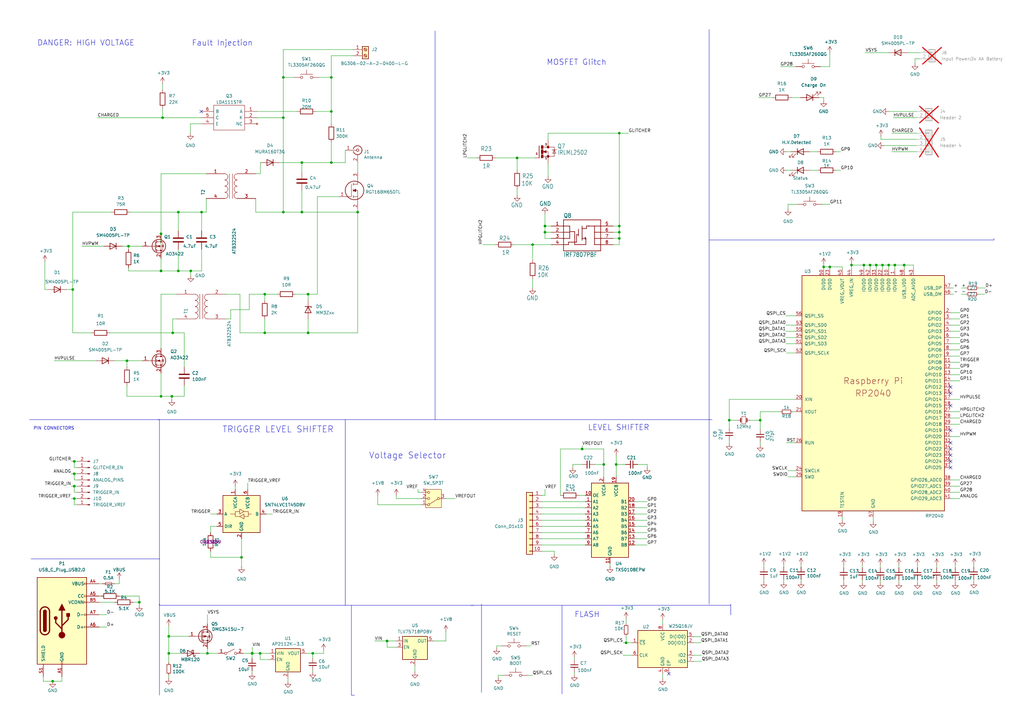
<source format=kicad_sch>
(kicad_sch (version 20250114) (generator "eeschema") (generator_version "9.0")
  (paper "A3")
  (title_block (title "FaultyCat") (date "2025-02-10") (rev "v2.0") (company "Electronic Cats") (comment 1 "Andres Sabas") (comment 2 "Lizeth Gallegos Mtz") (comment 3 "Adonaí Diaz"))
  (text "Voltage Selector" (at 167.132 186.944 0) (effects (font (size 2.54 2.54))))
  (text "FLASH" (at 235.585 253.492 0) (effects (font (size 2.2606 2.2606)) (justify left bottom)))
  (text "TRIGGER LEVEL SHIFTER" (at 114.046 176.276 0) (effects (font (size 2.54 2.54))))
  (text "MOSFET Glitch" (at 236.474 25.654 0) (effects (font (size 2.27 2.27))))
  (text "DANGER: HIGH VOLTAGE\n" (at 15.24 19.05 0) (effects (font (size 2.2606 2.2606)) (justify left bottom)))
  (text "PIN CONNECTORS" (at 22.098 175.768 0) (effects (font (size 1.27 1.27))))
  (text "LEVEL SHIFTER" (at 253.746 175.514 0) (effects (font (size 2.27 2.27))))
  (text "Fault Injection" (at 91.186 17.78 0) (effects (font (size 2.27 2.27))))
  (junction (at 106.68 267.97))
  (junction (at 126.365 136.525))
  (junction (at 123.825 86.995))
  (junction (at 299.085 172.339))
  (junction (at 311.785 172.339))
  (junction (at 73.152 86.995))
  (junction (at 66.04 162.56))
  (junction (at 254 92.71))
  (junction (at 30.48 194.31))
  (junction (at 66.04 95.885))
  (junction (at 116.205 86.995))
  (junction (at 337.82 109.474))
  (junction (at 146.685 86.995))
  (junction (at 135.89 31.75))
  (junction (at 359.41 108.712))
  (junction (at 128.27 267.97))
  (junction (at 70.8406 136.525))
  (junction (at 103.378 267.97))
  (junction (at 256.794 263.652))
  (junction (at 126.365 120.65))
  (junction (at 57.15 247.015))
  (junction (at 66.675 48.26))
  (junction (at 116.205 48.26))
  (junction (at 212.09 64.77))
  (junction (at 356.87 108.712))
  (junction (at 364.49 108.712))
  (junction (at 223.52 92.71))
  (junction (at 367.03 108.712))
  (junction (at 52.07 147.955))
  (junction (at 247.65 190.5))
  (junction (at 254 97.79))
  (junction (at 29.845 118.745))
  (junction (at 340.36 109.474))
  (junction (at 103.505 267.97))
  (junction (at 254 95.25))
  (junction (at 135.89 45.72))
  (junction (at 116.205 31.75))
  (junction (at 158.75 262.89))
  (junction (at 361.95 108.712))
  (junction (at 99.06 228.6))
  (junction (at 108.585 120.65))
  (junction (at 252.73 190.5))
  (junction (at 108.585 136.525))
  (junction (at 73.152 111.125))
  (junction (at 238.76 184.15))
  (junction (at 21.59 279.4))
  (junction (at 123.825 66.675))
  (junction (at 370.84 108.712))
  (junction (at 78.232 111.125))
  (junction (at 135.89 66.675))
  (junction (at 30.48 204.47))
  (junction (at 30.48 189.23))
  (junction (at 82.677 86.995))
  (junction (at 30.48 199.39))
  (junction (at 52.705 100.965))
  (junction (at 218.44 100.33))
  (junction (at 70.485 162.56))
  (junction (at 223.52 95.25))
  (junction (at 254 54.61))
  (junction (at 69.215 260.985))
  (junction (at 85.09 267.97))
  (junction (at 66.04 111.125))
  (junction (at 69.215 267.97))
  (junction (at 354.33 108.712))
  (junction (at 349.25 108.712))
  (no_connect (at 389.89 184.15))
  (no_connect (at 389.89 191.77))
  (no_connect (at 389.89 181.61))
  (no_connect (at 274.32 276.352))
  (no_connect (at 389.89 166.37))
  (no_connect (at 389.89 189.23))
  (no_connect (at 389.89 176.53))
  (no_connect (at 389.89 186.69))
  (no_connect (at 389.89 161.29))
  (no_connect (at 389.89 158.75))
  (no_connect (at 82.55 45.72))
  (wire (pts (xy 238.76 184.15) (xy 247.65 184.15)))
  (wire (pts (xy 153.67 262.89) (xy 158.75 262.89)))
  (wire (pts (xy 299.085 163.83) (xy 299.085 172.339)))
  (wire (pts (xy 284.48 268.732) (xy 287.782 268.732)))
  (wire (pts (xy 358.14 212.09) (xy 358.14 213.868)))
  (wire (pts (xy 162.56 203.2) (xy 162.56 204.47)))
  (wire (pts (xy 92.71 120.65) (xy 98.425 120.65)))
  (wire (pts (xy 346.075 237.871) (xy 346.075 238.887)))
  (wire (pts (xy 375.285 24.13) (xy 375.285 26.035)))
  (wire (pts (xy 29.845 86.995) (xy 45.72 86.995)))
  (wire (pts (xy 135.89 22.86) (xy 135.89 31.75)))
  (wire (pts (xy 128.27 267.97) (xy 132.715 267.97)))
  (wire (pts (xy 116.205 31.75) (xy 116.205 48.26)))
  (wire (pts (xy 70.485 162.56) (xy 70.485 163.83)))
  (wire (pts (xy 86.36 226.06) (xy 86.36 228.6)))
  (wire (pts (xy 69.215 278.13) (xy 69.215 276.86)))
  (wire (pts (xy 69.215 267.97) (xy 74.295 267.97)))
  (wire (pts (xy 30.48 189.23) (xy 31.75 189.23)))
  (wire (pts (xy 354.33 110.49) (xy 354.33 108.712)))
  (wire (pts (xy 234.95 190.5) (xy 238.76 190.5)))
  (wire (pts (xy 108.585 136.525) (xy 126.365 136.525)))
  (wire (pts (xy 401.32 118.11) (xy 404.114 118.11)))
  (wire (pts (xy 393.7 201.93) (xy 389.89 201.93)))
  (wire (pts (xy 29.21 189.23) (xy 30.48 189.23)))
  (wire (pts (xy 389.89 153.67) (xy 393.7 153.67)))
  (wire (pts (xy 57.15 244.475) (xy 57.15 247.015)))
  (wire (pts (xy 158.75 265.43) (xy 158.75 262.89)))
  (wire (pts (xy 240.03 205.74) (xy 222.25 205.74)))
  (wire (pts (xy 108.585 123.19) (xy 108.585 120.65)))
  (wire (pts (xy 224.79 67.31) (xy 224.79 72.39)) (stroke (width 0.1524)))
  (wire (pts (xy 102.235 127) (xy 102.235 120.65)))
  (polyline (pts (xy 290.83 98.552) (xy 290.83 247.777)))
  (wire (pts (xy 146.685 136.525) (xy 146.685 86.995)))
  (wire (pts (xy 123.825 66.675) (xy 135.89 66.675)))
  (wire (pts (xy 203.2 64.77) (xy 212.09 64.77)) (stroke (width 0.1524)))
  (wire (pts (xy 368.681 232.791) (xy 368.681 231.775)))
  (wire (pts (xy 114.554 66.675) (xy 123.825 66.675)))
  (wire (pts (xy 356.87 110.49) (xy 356.87 108.712)))
  (wire (pts (xy 73.152 86.995) (xy 73.152 94.615)))
  (wire (pts (xy 335.915 40.005) (xy 337.82 40.005)))
  (wire (pts (xy 254 100.33) (xy 254 97.79)) (stroke (width 0.1524)))
  (wire (pts (xy 30.48 194.31) (xy 31.75 194.31)))
  (wire (pts (xy 332.105 62.23) (xy 335.28 62.23)))
  (wire (pts (xy 19.685 118.745) (xy 18.415 118.745)))
  (wire (pts (xy 394.335 120.65) (xy 396.24 120.65)))
  (wire (pts (xy 307.594 172.339) (xy 311.785 172.339)))
  (wire (pts (xy 17.78 277.495) (xy 17.78 279.4)))
  (wire (pts (xy 212.09 77.47) (xy 212.09 80.01)) (stroke (width 0.1524)))
  (wire (pts (xy 75.565 136.525) (xy 75.565 150.495)))
  (wire (pts (xy 54.61 247.015) (xy 57.15 247.015)))
  (wire (pts (xy 393.7 179.07) (xy 389.89 179.07)))
  (wire (pts (xy 52.07 150.495) (xy 52.07 147.955)))
  (wire (pts (xy 40.64 247.015) (xy 46.99 247.015)))
  (wire (pts (xy 321.437 232.537) (xy 321.437 231.521)))
  (wire (pts (xy 340.36 27.305) (xy 340.36 21.59)))
  (wire (pts (xy 45.085 136.525) (xy 70.8406 136.525)))
  (wire (pts (xy 31.75 207.01) (xy 30.48 207.01)))
  (wire (pts (xy 359.41 110.49) (xy 359.41 108.712)))
  (wire (pts (xy 162.56 204.47) (xy 172.72 204.47)))
  (wire (pts (xy 299.085 172.339) (xy 302.514 172.339)))
  (wire (pts (xy 359.41 108.712) (xy 361.95 108.712)))
  (wire (pts (xy 393.7 199.39) (xy 389.89 199.39)))
  (wire (pts (xy 364.49 110.49) (xy 364.49 108.712)))
  (wire (pts (xy 284.48 271.272) (xy 287.782 271.272)))
  (wire (pts (xy 204.343 276.987) (xy 204.343 277.876)))
  (wire (pts (xy 353.695 232.791) (xy 353.695 231.775)))
  (wire (pts (xy 366.395 48.26) (xy 375.92 48.26)))
  (wire (pts (xy 70.8406 136.525) (xy 75.565 136.525)))
  (wire (pts (xy 123.825 78.105) (xy 123.825 86.995)))
  (wire (pts (xy 240.03 220.98) (xy 222.25 220.98)))
  (wire (pts (xy 370.84 110.49) (xy 370.84 108.712)))
  (wire (pts (xy 158.75 262.89) (xy 162.56 262.89)))
  (wire (pts (xy 69.215 256.667) (xy 69.215 260.985)))
  (wire (pts (xy 393.7 135.89) (xy 389.89 135.89)))
  (wire (pts (xy 123.825 66.675) (xy 123.825 70.485)))
  (polyline (pts (xy 65.405 172.085) (xy 64.77 172.085)))
  (wire (pts (xy 265.43 213.36) (xy 260.35 213.36)))
  (wire (pts (xy 384.175 232.791) (xy 384.175 231.775)))
  (wire (pts (xy 391.795 237.871) (xy 391.795 238.887)))
  (wire (pts (xy 182.88 262.89) (xy 177.8 262.89)))
  (wire (pts (xy 82.677 102.235) (xy 82.677 111.125)))
  (wire (pts (xy 82.677 86.995) (xy 84.582 86.995)))
  (wire (pts (xy 326.39 168.91) (xy 325.12 168.91)))
  (wire (pts (xy 344.805 62.23) (xy 342.9 62.23)))
  (wire (pts (xy 367.03 108.712) (xy 367.03 110.49)))
  (wire (pts (xy 251.46 100.33) (xy 254 100.33)) (stroke (width 0.1524)))
  (wire (pts (xy 86.36 210.82) (xy 88.9 210.82)))
  (wire (pts (xy 240.03 215.9) (xy 222.25 215.9)))
  (wire (pts (xy 299.085 181.864) (xy 299.085 180.594)))
  (wire (pts (xy 340.36 83.82) (xy 337.185 83.82)))
  (wire (pts (xy 393.7 171.45) (xy 389.89 171.45)))
  (wire (pts (xy 52.705 100.965) (xy 50.165 100.965)))
  (wire (pts (xy 126.365 130.81) (xy 126.365 136.525)))
  (wire (pts (xy 322.58 69.85) (xy 324.485 69.85)))
  (wire (pts (xy 259.08 263.652) (xy 256.794 263.652)))
  (wire (pts (xy 81.915 267.97) (xy 85.09 267.97)))
  (wire (pts (xy 265.43 223.52) (xy 260.35 223.52)))
  (wire (pts (xy 70.485 162.56) (xy 75.565 162.56)))
  (wire (pts (xy 237.49 203.2) (xy 240.03 203.2)))
  (wire (pts (xy 265.43 218.44) (xy 260.35 218.44)))
  (wire (pts (xy 256.794 260.858) (xy 256.794 263.652)))
  (wire (pts (xy 70.8406 130.81) (xy 72.39 130.81)))
  (wire (pts (xy 66.04 111.125) (xy 73.152 111.125)))
  (wire (pts (xy 29.845 118.745) (xy 27.305 118.745)))
  (wire (pts (xy 18.415 118.745) (xy 18.415 107.315)))
  (wire (pts (xy 69.215 267.97) (xy 69.215 271.78)))
  (wire (pts (xy 251.46 92.71) (xy 254 92.71)) (stroke (width 0.1524)))
  (wire (pts (xy 361.95 108.712) (xy 364.49 108.712)))
  (wire (pts (xy 393.7 146.05) (xy 389.89 146.05)))
  (wire (pts (xy 223.52 203.2) (xy 222.25 203.2)))
  (wire (pts (xy 99.695 267.97) (xy 103.378 267.97)))
  (wire (pts (xy 104.902 71.247) (xy 106.807 71.247)))
  (wire (pts (xy 346.075 232.791) (xy 346.075 231.775)))
  (wire (pts (xy 212.09 64.77) (xy 219.71 64.77)) (stroke (width 0.1524)))
  (wire (pts (xy 321.437 237.617) (xy 321.437 238.633)))
  (wire (pts (xy 205.74 264.922) (xy 203.708 264.922)))
  (wire (pts (xy 226.06 92.71) (xy 223.52 92.71)) (stroke (width 0.1524)))
  (wire (pts (xy 240.03 208.28) (xy 222.25 208.28)))
  (wire (pts (xy 29.21 194.31) (xy 30.48 194.31)))
  (wire (pts (xy 356.87 108.712) (xy 359.41 108.712)))
  (wire (pts (xy 311.785 168.91) (xy 320.04 168.91)))
  (wire (pts (xy 391.16 118.11) (xy 389.89 118.11)))
  (wire (pts (xy 311.15 40.005) (xy 316.865 40.005)))
  (wire (pts (xy 94.615 127) (xy 102.235 127)))
  (polyline (pts (xy 230.505 248.412) (xy 230.505 284.607)))
  (wire (pts (xy 41.91 239.395) (xy 40.64 239.395)))
  (wire (pts (xy 393.7 130.81) (xy 389.89 130.81)))
  (wire (pts (xy 135.89 45.72) (xy 129.54 45.72)))
  (wire (pts (xy 73.152 111.125) (xy 78.232 111.125)))
  (wire (pts (xy 377.19 24.13) (xy 375.285 24.13)))
  (wire (pts (xy 106.68 270.51) (xy 110.49 270.51)))
  (wire (pts (xy 31.75 196.85) (xy 30.48 196.85)))
  (wire (pts (xy 182.88 259.08) (xy 182.88 262.89)))
  (wire (pts (xy 391.16 120.65) (xy 389.89 120.65)))
  (wire (pts (xy 393.7 128.27) (xy 389.89 128.27)))
  (wire (pts (xy 372.11 21.59) (xy 377.19 21.59)))
  (wire (pts (xy 66.04 153.035) (xy 66.04 162.56)))
  (wire (pts (xy 313.309 237.617) (xy 313.309 238.633)))
  (wire (pts (xy 394.335 118.11) (xy 396.24 118.11)))
  (wire (pts (xy 144.78 22.86) (xy 135.89 22.86)))
  (wire (pts (xy 170.18 273.05) (xy 170.18 275.59)))
  (wire (pts (xy 135.89 45.72) (xy 135.89 50.8)))
  (wire (pts (xy 33.655 100.965) (xy 42.545 100.965)))
  (wire (pts (xy 66.675 34.29) (xy 66.675 36.83)))
  (wire (pts (xy 328.549 237.617) (xy 328.549 238.633)))
  (wire (pts (xy 247.65 184.15) (xy 247.65 190.5)))
  (wire (pts (xy 265.43 205.74) (xy 260.35 205.74)))
  (wire (pts (xy 265.43 208.28) (xy 260.35 208.28)))
  (wire (pts (xy 92.71 130.81) (xy 94.615 130.81)))
  (wire (pts (xy 108.585 120.65) (xy 113.665 120.65)))
  (wire (pts (xy 126.365 136.525) (xy 146.685 136.525)))
  (wire (pts (xy 361.95 110.49) (xy 361.95 108.712)))
  (wire (pts (xy 82.677 94.615) (xy 82.677 86.995)))
  (wire (pts (xy 326.39 163.83) (xy 299.085 163.83)))
  (wire (pts (xy 17.78 279.4) (xy 21.59 279.4)))
  (wire (pts (xy 52.705 109.855) (xy 52.705 111.125)))
  (wire (pts (xy 401.32 120.65) (xy 403.86 120.65)))
  (wire (pts (xy 135.89 31.75) (xy 135.89 45.72)))
  (wire (pts (xy 94.615 130.81) (xy 94.615 127)))
  (wire (pts (xy 121.285 120.65) (xy 126.365 120.65)))
  (wire (pts (xy 22.225 147.955) (xy 39.37 147.955)))
  (wire (pts (xy 48.895 237.49) (xy 48.895 239.395)))
  (wire (pts (xy 384.175 237.871) (xy 384.175 238.887)))
  (wire (pts (xy 326.39 193.04) (xy 323.088 193.04)))
  (wire (pts (xy 40.64 244.475) (xy 41.275 244.475)))
  (wire (pts (xy 240.03 210.82) (xy 222.25 210.82)))
  (wire (pts (xy 82.677 111.125) (xy 78.232 111.125)))
  (wire (pts (xy 135.89 66.675) (xy 141.605 66.675)))
  (wire (pts (xy 393.7 143.51) (xy 389.89 143.51)))
  (wire (pts (xy 106.807 66.675) (xy 106.934 66.675)))
  (wire (pts (xy 118.11 278.13) (xy 118.11 279.4)))
  (polyline (pts (xy 65.405 285.115) (xy 65.405 229.235)))
  (wire (pts (xy 393.7 204.47) (xy 389.89 204.47)))
  (wire (pts (xy 48.895 244.475) (xy 57.15 244.475)))
  (wire (pts (xy 218.44 106.68) (xy 218.44 100.33)) (stroke (width 0.1524)))
  (wire (pts (xy 106.68 267.97) (xy 110.49 267.97)))
  (wire (pts (xy 116.205 20.32) (xy 116.205 31.75)))
  (wire (pts (xy 250.19 231.14) (xy 250.19 232.41)))
  (wire (pts (xy 29.845 136.525) (xy 29.845 118.745)))
  (wire (pts (xy 364.49 45.72) (xy 375.92 45.72)))
  (wire (pts (xy 43.815 257.175) (xy 40.64 257.175)))
  (wire (pts (xy 391.795 232.791) (xy 391.795 231.775)))
  (wire (pts (xy 326.39 138.43) (xy 322.326 138.43)))
  (wire (pts (xy 393.7 138.43) (xy 389.89 138.43)))
  (wire (pts (xy 30.48 207.01) (xy 30.48 204.47)))
  (wire (pts (xy 132.715 267.97) (xy 132.715 266.7)))
  (wire (pts (xy 326.39 133.35) (xy 322.326 133.35)))
  (polyline (pts (xy 194.31 248.285) (xy 193.04 248.285)))
  (wire (pts (xy 361.061 232.791) (xy 361.061 231.775)))
  (wire (pts (xy 30.48 204.47) (xy 31.75 204.47)))
  (wire (pts (xy 31.75 201.93) (xy 30.48 201.93)))
  (wire (pts (xy 105.41 45.72) (xy 121.92 45.72)))
  (wire (pts (xy 206.375 276.987) (xy 204.343 276.987)))
  (wire (pts (xy 103.378 267.97) (xy 103.505 267.97)))
  (wire (pts (xy 256.794 255.778) (xy 256.794 253.746)))
  (wire (pts (xy 252.73 190.5) (xy 256.54 190.5)))
  (wire (pts (xy 171.45 201.93) (xy 171.45 200.66)))
  (wire (pts (xy 116.205 48.26) (xy 116.205 86.995)))
  (wire (pts (xy 66.04 71.247) (xy 84.582 71.247)))
  (wire (pts (xy 73.152 102.235) (xy 73.152 111.125)))
  (wire (pts (xy 254 54.61) (xy 257.81 54.61)))
  (wire (pts (xy 345.44 212.09) (xy 345.44 213.36)))
  (wire (pts (xy 69.215 260.985) (xy 77.47 260.985)))
  (wire (pts (xy 216.535 276.987) (xy 218.44 276.987)))
  (wire (pts (xy 128.27 274.955) (xy 128.27 275.59)))
  (wire (pts (xy 96.52 199.39) (xy 96.52 200.66)))
  (wire (pts (xy 146.685 85.725) (xy 146.685 86.995)))
  (wire (pts (xy 75.565 158.115) (xy 75.565 162.56)))
  (wire (pts (xy 393.7 148.59) (xy 389.89 148.59)))
  (wire (pts (xy 30.48 199.39) (xy 31.75 199.39)))
  (wire (pts (xy 52.07 162.56) (xy 66.04 162.56)))
  (wire (pts (xy 337.82 40.005) (xy 337.82 41.275)))
  (polyline (pts (xy 12.065 172.085) (xy 178.435 172.085)))
  (wire (pts (xy 374.65 108.712) (xy 370.84 108.712)))
  (wire (pts (xy 393.7 156.21) (xy 389.89 156.21)))
  (wire (pts (xy 362.585 59.69) (xy 375.92 59.69)))
  (wire (pts (xy 86.36 215.9) (xy 86.36 218.44)))
  (wire (pts (xy 223.52 200.66) (xy 223.52 203.2)))
  (wire (pts (xy 130.81 31.75) (xy 135.89 31.75)))
  (wire (pts (xy 271.78 276.352) (xy 271.78 278.384)))
  (wire (pts (xy 240.03 213.36) (xy 222.25 213.36)))
  (wire (pts (xy 135.89 58.42) (xy 135.89 66.675)))
  (wire (pts (xy 376.301 232.791) (xy 376.301 231.775)))
  (wire (pts (xy 116.205 86.995) (xy 123.825 86.995)))
  (wire (pts (xy 222.25 226.06) (xy 227.33 226.06)))
  (wire (pts (xy 102.235 120.65) (xy 108.585 120.65)))
  (wire (pts (xy 361.315 57.15) (xy 361.315 55.88)))
  (polyline (pts (xy 65.405 248.285) (xy 65.405 247.65)))
  (wire (pts (xy 101.6 198.12) (xy 101.6 200.66)))
  (wire (pts (xy 66.04 100.965) (xy 66.04 95.885)))
  (wire (pts (xy 284.48 263.652) (xy 287.528 263.652)))
  (wire (pts (xy 393.7 173.99) (xy 389.89 173.99)))
  (wire (pts (xy 218.44 118.11) (xy 218.44 114.3)) (stroke (width 0.1524)))
  (wire (pts (xy 215.9 264.922) (xy 217.805 264.922)))
  (wire (pts (xy 337.82 109.474) (xy 340.36 109.474)))
  (wire (pts (xy 106.68 270.51) (xy 106.68 267.97)))
  (wire (pts (xy 57.15 247.015) (xy 57.15 248.285)))
  (wire (pts (xy 254 97.79) (xy 254 95.25)) (stroke (width 0.1524)))
  (wire (pts (xy 251.46 95.25) (xy 254 95.25)) (stroke (width 0.1524)))
  (wire (pts (xy 88.9 215.9) (xy 86.36 215.9)))
  (wire (pts (xy 226.06 97.79) (xy 223.52 97.79)) (stroke (width 0.1524)))
  (wire (pts (xy 284.48 261.112) (xy 287.528 261.112)))
  (wire (pts (xy 66.04 120.65) (xy 72.39 120.65)))
  (wire (pts (xy 154.94 207.01) (xy 172.72 207.01)))
  (wire (pts (xy 326.39 129.54) (xy 322.326 129.54)))
  (wire (pts (xy 66.04 71.247) (xy 66.04 95.885)))
  (wire (pts (xy 229.87 184.15) (xy 238.76 184.15)))
  (wire (pts (xy 69.215 260.985) (xy 69.215 267.97)))
  (wire (pts (xy 349.25 110.49) (xy 349.25 108.712)))
  (wire (pts (xy 259.08 268.732) (xy 255.524 268.732)))
  (wire (pts (xy 324.485 40.005) (xy 328.295 40.005)))
  (wire (pts (xy 234.95 191.77) (xy 234.95 190.5)))
  (wire (pts (xy 353.695 237.871) (xy 353.695 238.887)))
  (wire (pts (xy 223.52 95.25) (xy 223.52 92.71)) (stroke (width 0.1524)))
  (wire (pts (xy 85.09 267.97) (xy 89.535 267.97)))
  (wire (pts (xy 389.89 151.13) (xy 393.7 151.13)))
  (wire (pts (xy 104.902 86.995) (xy 116.205 86.995)))
  (wire (pts (xy 226.06 95.25) (xy 223.52 95.25)) (stroke (width 0.1524)))
  (wire (pts (xy 195.58 64.77) (xy 191.77 64.77)) (stroke (width 0.1524)))
  (wire (pts (xy 103.505 267.97) (xy 106.68 267.97)))
  (wire (pts (xy 265.43 215.9) (xy 260.35 215.9)))
  (wire (pts (xy 340.36 109.474) (xy 340.36 110.49)))
  (polyline (pts (xy 299.72 247.777) (xy 299.72 252.222)))
  (wire (pts (xy 46.99 239.395) (xy 48.895 239.395)))
  (wire (pts (xy 265.43 220.98) (xy 260.35 220.98)))
  (wire (pts (xy 37.465 136.525) (xy 29.845 136.525)))
  (wire (pts (xy 323.215 85.725) (xy 323.215 83.82)))
  (wire (pts (xy 229.87 203.2) (xy 229.87 184.15)))
  (wire (pts (xy 320.04 27.305) (xy 326.39 27.305)))
  (wire (pts (xy 224.79 54.61) (xy 254 54.61)) (stroke (width 0.1524)))
  (polyline (pts (xy 290.83 98.425) (xy 407.67 98.425)))
  (wire (pts (xy 43.815 252.095) (xy 40.64 252.095)))
  (wire (pts (xy 85.09 266.065) (xy 85.09 267.97)))
  (wire (pts (xy 243.84 190.5) (xy 247.65 190.5)))
  (wire (pts (xy 130.175 120.65) (xy 126.365 120.65)))
  (wire (pts (xy 172.72 201.93) (xy 171.45 201.93)))
  (wire (pts (xy 66.04 106.045) (xy 66.04 111.125)))
  (wire (pts (xy 30.48 196.85) (xy 30.48 194.31)))
  (wire (pts (xy 66.675 44.45) (xy 66.675 48.26)))
  (wire (pts (xy 254 92.71) (xy 254 54.61)) (stroke (width 0.1524)))
  (wire (pts (xy 109.22 210.82) (xy 111.76 210.82)))
  (polyline (pts (xy 407.67 97.79) (xy 407.67 98.425)))
  (wire (pts (xy 252.73 186.69) (xy 252.73 190.5)))
  (wire (pts (xy 368.681 237.871) (xy 368.681 238.887)))
  (wire (pts (xy 374.65 110.49) (xy 374.65 108.712)))
  (wire (pts (xy 98.425 120.65) (xy 98.425 136.525)))
  (wire (pts (xy 139.065 80.645) (xy 130.175 80.645)))
  (wire (pts (xy 238.76 182.88) (xy 238.76 184.15)))
  (wire (pts (xy 52.705 102.235) (xy 52.705 100.965)))
  (wire (pts (xy 146.685 66.675) (xy 146.685 70.485)))
  (wire (pts (xy 52.705 100.965) (xy 58.42 100.965)))
  (wire (pts (xy 299.085 172.339) (xy 299.085 175.514)))
  (wire (pts (xy 365.76 54.61) (xy 375.92 54.61)))
  (wire (pts (xy 84.582 86.995) (xy 84.582 81.407)))
  (wire (pts (xy 254 95.25) (xy 254 92.71)) (stroke (width 0.1524)))
  (polyline (pts (xy 178.435 12.7) (xy 178.435 172.085)))
  (wire (pts (xy 323.215 83.82) (xy 327.025 83.82)))
  (wire (pts (xy 326.39 140.97) (xy 322.326 140.97)))
  (wire (pts (xy 203.2 100.33) (xy 198.12 100.33)) (stroke (width 0.1524)))
  (wire (pts (xy 103.505 265.43) (xy 103.505 267.97)))
  (wire (pts (xy 66.04 162.56) (xy 70.485 162.56)))
  (wire (pts (xy 256.794 263.652) (xy 255.524 263.652)))
  (wire (pts (xy 271.78 256.032) (xy 271.78 254.127)))
  (wire (pts (xy 322.58 62.23) (xy 324.485 62.23)))
  (wire (pts (xy 120.65 31.75) (xy 116.205 31.75)))
  (wire (pts (xy 66.04 120.65) (xy 66.04 142.875)))
  (wire (pts (xy 354.965 21.59) (xy 364.49 21.59)))
  (wire (pts (xy 364.49 108.712) (xy 367.03 108.712)))
  (wire (pts (xy 393.7 133.35) (xy 389.89 133.35)))
  (wire (pts (xy 82.55 50.8) (xy 78.105 50.8)))
  (wire (pts (xy 29.21 204.47) (xy 30.48 204.47)))
  (wire (pts (xy 99.06 228.6) (xy 99.06 232.41)))
  (wire (pts (xy 29.21 199.39) (xy 30.48 199.39)))
  (wire (pts (xy 393.7 168.91) (xy 389.89 168.91)))
  (wire (pts (xy 182.88 204.47) (xy 186.69 204.47)))
  (wire (pts (xy 29.845 118.745) (xy 29.845 86.995)))
  (wire (pts (xy 30.48 191.77) (xy 30.48 189.23)))
  (wire (pts (xy 106.807 71.247) (xy 106.807 66.675)))
  (polyline (pts (xy 144.145 248.285) (xy 144.145 285.115)))
  (wire (pts (xy 223.52 97.79) (xy 223.52 95.25)) (stroke (width 0.1524)))
  (wire (pts (xy 240.03 223.52) (xy 222.25 223.52)))
  (wire (pts (xy 393.7 163.83) (xy 389.89 163.83)))
  (wire (pts (xy 86.36 228.6) (xy 99.06 228.6)))
  (wire (pts (xy 265.43 191.77) (xy 265.43 190.5)))
  (wire (pts (xy 344.805 69.85) (xy 342.9 69.85)))
  (wire (pts (xy 70.8406 130.81) (xy 70.8406 136.525)))
  (wire (pts (xy 251.46 97.79) (xy 254 97.79)) (stroke (width 0.1524)))
  (wire (pts (xy 226.06 100.33) (xy 218.44 100.33)) (stroke (width 0.1524)))
  (wire (pts (xy 52.07 147.955) (xy 46.99 147.955)))
  (wire (pts (xy 311.785 172.339) (xy 311.785 176.149)))
  (wire (pts (xy 40.005 48.26) (xy 66.675 48.26)))
  (polyline (pts (xy 65.405 229.235) (xy 65.405 172.085)))
  (polyline (pts (xy 144.145 285.115) (xy 145.415 285.115)))
  (wire (pts (xy 332.105 69.85) (xy 335.28 69.85)))
  (polyline (pts (xy 12.7 229.235) (xy 65.405 229.235)))
  (wire (pts (xy 311.785 182.499) (xy 311.785 181.229)))
  (wire (pts (xy 345.44 110.49) (xy 345.44 109.474)))
  (wire (pts (xy 128.27 267.97) (xy 128.27 269.875)))
  (wire (pts (xy 31.75 191.77) (xy 30.48 191.77)))
  (wire (pts (xy 252.73 190.5) (xy 252.73 195.58)))
  (wire (pts (xy 376.301 237.871) (xy 376.301 238.887)))
  (wire (pts (xy 337.82 110.49) (xy 337.82 109.474)))
  (wire (pts (xy 313.309 232.537) (xy 313.309 231.521)))
  (wire (pts (xy 326.39 195.58) (xy 323.088 195.58)))
  (wire (pts (xy 212.09 69.85) (xy 212.09 64.77)) (stroke (width 0.1524)))
  (wire (pts (xy 98.425 136.525) (xy 108.585 136.525)))
  (wire (pts (xy 52.07 158.115) (xy 52.07 162.56)))
  (wire (pts (xy 240.03 218.44) (xy 222.25 218.44)))
  (wire (pts (xy 227.33 226.06) (xy 227.33 227.33)))
  (wire (pts (xy 399.415 237.617) (xy 399.415 238.633)))
  (wire (pts (xy 399.415 232.537) (xy 399.415 231.521)))
  (wire (pts (xy 326.39 181.61) (xy 322.58 181.61)))
  (wire (pts (xy 336.55 27.305) (xy 340.36 27.305)))
  (wire (pts (xy 203.708 264.922) (xy 203.708 265.811)))
  (wire (pts (xy 224.79 57.15) (xy 224.79 54.61)) (stroke (width 0.1524)))
  (polyline (pts (xy 178.435 172.085) (xy 292.1 172.085)))
  (polyline (pts (xy 141.605 172.085) (xy 141.605 248.285)))
  (wire (pts (xy 52.705 111.125) (xy 66.04 111.125)))
  (wire (pts (xy 223.52 92.71) (xy 223.52 87.63)) (stroke (width 0.1524)))
  (polyline (pts (xy 290.83 12.065) (xy 290.83 98.425)))
  (wire (pts (xy 126.365 120.65) (xy 126.365 123.19)))
  (wire (pts (xy 66.675 48.26) (xy 82.55 48.26)))
  (polyline (pts (xy 197.485 247.777) (xy 197.485 283.972)))
  (wire (pts (xy 337.82 109.474) (xy 337.82 108.458)))
  (wire (pts (xy 247.65 190.5) (xy 247.65 195.58)))
  (wire (pts (xy 265.43 210.82) (xy 260.35 210.82)))
  (wire (pts (xy 326.39 135.89) (xy 322.326 135.89)))
  (wire (pts (xy 78.232 111.125) (xy 78.232 113.03)))
  (wire (pts (xy 78.105 50.8) (xy 78.105 54.61)))
  (wire (pts (xy 361.061 237.871) (xy 361.061 238.887)))
  (wire (pts (xy 218.44 100.33) (xy 210.82 100.33)) (stroke (width 0.1524)))
  (wire (pts (xy 235.585 270.637) (xy 235.585 269.621)))
  (wire (pts (xy 265.43 190.5) (xy 261.62 190.5)))
  (wire (pts (xy 375.92 57.15) (xy 361.315 57.15)))
  (wire (pts (xy 25.4 279.4) (xy 21.59 279.4)))
  (wire (pts (xy 393.7 196.85) (xy 389.89 196.85)))
  (wire (pts (xy 123.825 86.995) (xy 146.685 86.995)))
  (wire (pts (xy 108.585 136.525) (xy 108.585 130.81)))
  (wire (pts (xy 365.76 62.23) (xy 375.92 62.23)))
  (wire (pts (xy 53.34 86.995) (xy 73.152 86.995)))
  (wire (pts (xy 354.33 108.712) (xy 356.87 108.712)))
  (wire (pts (xy 349.25 108.712) (xy 354.33 108.712)))
  (wire (pts (xy 85.09 252.095) (xy 85.09 255.905)))
  (wire (pts (xy 311.785 168.91) (xy 311.785 172.339)))
  (wire (pts (xy 103.378 270.002) (xy 103.378 267.97)))
  (wire (pts (xy 30.48 201.93) (xy 30.48 199.39)))
  (wire (pts (xy 162.56 265.43) (xy 158.75 265.43)))
  (polyline (pts (xy 299.72 248.285) (xy 65.405 248.285)))
  (wire (pts (xy 141.605 61.595) (xy 141.605 66.675)))
  (wire (pts (xy 25.4 277.495) (xy 25.4 279.4)))
  (wire (pts (xy 130.175 80.645) (xy 130.175 120.65)))
  (wire (pts (xy 99.06 220.98) (xy 99.06 228.6)))
  (wire (pts (xy 345.44 109.474) (xy 340.36 109.474)))
  (wire (pts (xy 349.25 108.712) (xy 349.25 107.95)))
  (wire (pts (xy 52.07 147.955) (xy 58.42 147.955)))
  (wire (pts (xy 73.152 86.995) (xy 82.677 86.995)))
  (wire (pts (xy 235.585 275.717) (xy 235.585 276.733)))
  (wire (pts (xy 105.41 48.26) (xy 116.205 48.26)))
  (wire (pts (xy 125.73 267.97) (xy 128.27 267.97)))
  (wire (pts (xy 326.39 144.78) (xy 322.58 144.78)))
  (wire (pts (xy 144.78 20.32) (xy 116.205 20.32)))
  (wire (pts (xy 103.378 275.082) (xy 103.378 276.098)))
  (wire (pts (xy 104.902 86.995) (xy 104.902 81.407)))
  (wire (pts (xy 370.84 108.712) (xy 367.03 108.712)))
  (wire (pts (xy 393.7 140.97) (xy 389.89 140.97)))
  (wire (pts (xy 154.94 203.2) (xy 154.94 207.01)))
  (wire (pts (xy 328.549 232.537) (xy 328.549 231.521)))
  (label "GP3" (at 393.7 135.89 0))
  (label "GP5" (at 265.43 218.44 0))
  (label "GP2" (at 265.43 210.82 0))
  (label "VSYS" (at 354.965 21.59 0))
  (label "QSPI_CS" (at 255.524 263.652 180))
  (label "QSPI_CS" (at 218.44 276.987 0))
  (label "+" (at 391.16 118.11 0))
  (label "QSPI_DATA2" (at 287.782 268.732 0))
  (label "HVPWM" (at 393.7 179.07 0))
  (label "HPGLITCH2" (at 393.7 168.91 0) (effects (font (size 1.2446 1.2446))))
  (label "VREF" (at 171.45 200.66 180))
  (label "GP28" (at 393.7 201.93 0))
  (label "CHARGED" (at 393.7 196.85 0))
  (label "ANALOG" (at 393.7 204.47 0))
  (label "TRIGGER_VREF" (at 101.6 198.12 0))
  (label "VIN" (at 153.67 262.89 0))
  (label "QSPI_DATA1" (at 287.528 263.652 0))
  (label "GP11" (at 393.7 156.21 0))
  (label "LPGLITCH2" (at 191.77 64.77 90) (effects (font (size 1.2446 1.2446))))
  (label "TRIGGER_VREF" (at 29.21 204.47 180))
  (label "LPGLITCH2" (at 393.7 171.45 0) (effects (font (size 1.2446 1.2446))))
  (label "GP27" (at 393.7 199.39 0))
  (label "QSPI_SCK" (at 322.58 144.78 180))
  (label "SWCLK" (at 323.088 193.04 180))
  (label "ANALOG" (at 29.21 194.31 180))
  (label "GP9" (at 344.805 62.23 0))
  (label "RST" (at 217.805 264.922 0))
  (label "VSYS" (at 85.09 252.095 0))
  (label "QSPI_DATA3" (at 322.326 140.97 180))
  (label "VREFOUT" (at 238.76 182.88 0))
  (label "GP3" (at 265.43 213.36 0))
  (label "SWDIO" (at 323.088 195.58 180))
  (label "GP7" (at 265.43 223.52 0))
  (label "QSPI_SCK" (at 255.524 268.732 180))
  (label "VIN" (at 103.505 265.43 0))
  (label "GP10" (at 344.805 69.85 0))
  (label "GP7" (at 393.7 146.05 0))
  (label "RST" (at 322.58 181.61 0))
  (label "CHARGED" (at 40.005 48.26 0))
  (label "GP2" (at 393.7 133.35 0))
  (label "-" (at 391.16 120.65 0))
  (label "D-" (at 43.815 252.095 0))
  (label "-" (at 394.335 120.65 0))
  (label "CHARGED" (at 365.76 54.61 0))
  (label "CHARGED" (at 393.7 173.99 0))
  (label "QSPI_CS" (at 322.326 129.54 180))
  (label "GP4" (at 265.43 215.9 0))
  (label "QSPI_DATA0" (at 322.326 133.35 180))
  (label "GLITCHER" (at 29.21 189.23 180))
  (label "D+" (at 43.815 257.175 0))
  (label "GP11" (at 340.36 83.82 0))
  (label "QSPI_DATA0" (at 287.528 261.112 0))
  (label "TRIGGER" (at 393.7 148.59 0))
  (label "GP10" (at 393.7 153.67 0))
  (label "TRIGGER_IN" (at 29.21 199.39 180))
  (label "GLITCHER" (at 257.81 54.61 0))
  (label "GP0" (at 265.43 205.74 0))
  (label "GP4" (at 393.7 138.43 0))
  (label "HVPWM" (at 365.76 62.23 0))
  (label "VREFOUT" (at 186.69 204.47 0))
  (label "TRIGGER" (at 86.36 210.82 180))
  (label "HVPULSE" (at 366.395 48.26 0))
  (label "QSPI_DATA3" (at 287.782 271.272 0))
  (label "GP0" (at 393.7 128.27 0))
  (label "GP9" (at 393.7 151.13 0))
  (label "HVPWM" (at 33.655 100.965 0))
  (label "GP6" (at 265.43 220.98 0))
  (label "HPGLITCH2" (at 198.12 100.33 90) (effects (font (size 1.2446 1.2446))))
  (label "GP1" (at 393.7 130.81 0))
  (label "QSPI_DATA2" (at 322.326 138.43 180))
  (label "QSPI_DATA1" (at 322.326 135.89 180))
  (label "VREF" (at 223.52 200.66 0))
  (label "HVPULSE" (at 22.225 147.955 0))
  (label "TRIGGER_IN" (at 111.76 210.82 0))
  (label "GP28" (at 320.04 27.305 0))
  (label "GP1" (at 265.43 208.28 0))
  (label "GP5" (at 393.7 140.97 0))
  (label "D+" (at 404.114 118.11 0))
  (label "GP27" (at 311.15 40.005 0))
  (label "HVPULSE" (at 393.7 163.83 0))
  (label "+" (at 394.335 118.11 0))
  (label "GP6" (at 393.7 143.51 0))
  (label "D-" (at 403.86 120.65 0))
  (symbol (lib_id "Device:R_Small") (at 256.794 258.318 0) (unit 1)
    (property "Reference" "R17" (at 252.222 255.524 0) (effects (justify left)))
    (property "Value" "10K" (at 251.968 257.81 0) (effects (justify left)))
    (property "Footprint" "Resistor_SMD:R_0603_1608Metric" (effects (hide yes)))
    (property "LCSC#" "C103199" (effects (hide yes)))
    (property "Proveedor" "LCSC" (effects (hide yes)))
  )
  (symbol (lib_id "Diode:MBR340") (at 78.105 267.97 180) (unit 1)
    (property "Reference" "D6" (at 74.93 266.954 0))
    (property "Value" "MBR120" (at 78.105 270.51 0))
    (property "Footprint" "Diode_SMD:D_SOD-123" (effects (hide yes)))
    (property "Datasheet" "http://www.onsemi.com/pub_link/Collateral/MBR340-D.PDF" (effects (hide yes)))
    (property "LCSC#" "C130880" (effects (hide yes)))
    (property "Proveedor" "LCSC" (effects (hide yes)))
  )
  (symbol (lib_id "power:GND") (at 78.232 113.03 0) (unit 1)
    (property "Reference" "#PWR08" (effects (hide yes)))
    (property "Value" "GND" (at 82.042 113.03 0))
  )
  (symbol (lib_id "Device:R") (at 212.09 73.66 0) (unit 1)
    (property "Reference" "R25" (at 214.122 73.152 0) (effects (font (size 1.778 1.5113)) (justify left bottom)))
    (property "Value" "10K" (at 213.868 76.2 0) (effects (font (size 1.778 1.5113)) (justify left bottom)))
    (property "Footprint" "Resistor_SMD:R_0603_1608Metric" (effects (hide yes)))
    (property "Description" "Resistor" (effects (hide yes)))
    (property "LCSC#" "C103199" (effects (hide yes)))
    (property "Proveedor" "LCSC" (effects (hide yes)))
  )
  (symbol (lib_id "power:GND") (at 358.14 213.868 0) (unit 1)
    (property "Reference" "#PWR050" (effects (hide yes)))
    (property "Value" "GND" (at 358.267 218.2622 0))
  )
  (symbol (lib_name "GND_1") (lib_id "power:GND") (at 69.215 278.13 0) (unit 1)
    (property "Reference" "#PWR010" (effects (hide yes)))
    (property "Value" "GND" (at 69.215 283.21 0))
  )
  (symbol (lib_id "power:GND") (at 78.105 54.61 0) (unit 1)
    (property "Reference" "#PWR07" (effects (hide yes)))
    (property "Value" "GND" (at 78.105 59.69 0))
  )
  (symbol (lib_id "power:GND") (at 345.44 213.36 0) (unit 1)
    (property "Reference" "#PWR043" (effects (hide yes)))
    (property "Value" "GND" (at 345.567 217.7542 0))
  )
  (symbol (lib_id "Device:C_Small") (at 353.695 235.331 0) (unit 1)
    (property "Reference" "C14" (at 356.0318 234.1626 0) (effects (justify left)))
    (property "Value" "100nF" (at 354.711 237.109 0) (effects (justify left)))
    (property "Footprint" "Capacitor_SMD:C_0402_1005Metric" (effects (hide yes)))
    (property "LCSC#" "C106209" (effects (hide yes)))
    (property "Manf#" "CC0402ZRY5V7BB104" (effects (hide yes)))
    (property "Proveedor" "LCSC" (effects (hide yes)))
  )
  (symbol (lib_id "PicoWAN-rescue:RP2040-MCU_RaspberryPi_and_Boards-PicoWAN-rescue-PicoWAN-rescue") (at 358.14 161.29 0) (unit 1)
    (property "Reference" "U3" (at 331.216 111.252 0))
    (property "Value" "RP2040" (at 383.286 211.582 0))
    (property "Footprint" "BuggyCat:RP2040-QFN-56" (effects (hide yes)))
    (property "Datasheet" "https://www.mouser.mx/datasheet/2/630/hardware_design_with_rp2040-2904726.pdf" (effects (hide yes)))
    (property "Manf#" "RPI Chip RP2040-7-500" (effects (hide yes)))
    (property "Proveedor" "LCSC" (effects (hide yes)))
    (property "LCSC#" "C2040" (effects (hide yes)))
  )
  (symbol (lib_id "Device:R") (at 41.275 136.525 90) (unit 1)
    (property "Reference" "R1" (at 41.275 129.54 90))
    (property "Value" "10R" (at 41.275 132.715 90))
    (property "Footprint" "Resistor_SMD:R_0603_1608Metric" (effects (hide yes)))
    (property "Manf#" "RC0603FR-0710RL" (effects (hide yes)))
    (property "Proveedor" "LCSC" (effects (hide yes)))
    (property "LCSC#" "C109318" (effects (hide yes)))
  )
  (symbol (lib_id "Device:R") (at 45.085 244.475 90) (unit 1)
    (property "Reference" "R2" (at 45.085 240.665 90))
    (property "Value" "5.1K" (at 45.085 242.57 90))
    (property "Footprint" "Resistor_SMD:R_0603_1608Metric" (effects (hide yes)))
    (property "Manf#" "CRCW06035K10FKEAC" (effects (hide yes)))
    (property "Proveedor" "LCSC" (effects (hide yes)))
    (property "LCSC#" "C23186" (effects (hide yes)))
  )
  (symbol (lib_id "Device:C_Small") (at 103.378 272.542 0) (unit 1)
    (property "Reference" "C5" (at 99.187 270.891 0) (effects (justify left)))
    (property "Value" "10uF" (at 97.663 274.574 0) (effects (justify left)))
    (property "Footprint" "Capacitor_SMD:C_0402_1005Metric" (effects (hide yes)))
    (property "LCSC#" "C15525" (effects (hide yes)))
    (property "Manf#" "CL05A106MQ5NUNC" (effects (hide yes)))
    (property "Proveedor" "LCSC" (effects (hide yes)))
  )
  (symbol (lib_id "Device:R") (at 218.44 110.49 180) (unit 1)
    (property "Reference" "R26" (at 225.298 108.966 0) (effects (font (size 1.778 1.5113)) (justify left bottom)))
    (property "Value" "10K" (at 225.044 111.76 0) (effects (font (size 1.778 1.5113)) (justify left bottom)))
    (property "Footprint" "Resistor_SMD:R_0603_1608Metric" (effects (hide yes)))
    (property "Description" "Resistor" (effects (hide yes)))
    (property "LCSC#" "C103199" (effects (hide yes)))
    (property "Proveedor" "LCSC" (effects (hide yes)))
  )
  (symbol (lib_id "Switch:SW_Push") (at 125.73 31.75 0) (unit 1)
    (property "Reference" "SW1" (at 125.73 24.13 0))
    (property "Value" "TL3305AF260QG" (at 125.73 26.67 0))
    (property "Footprint" "BuggyCat:TL3305AF160QG" (effects (hide yes)))
    (property "Datasheet" "https://www.mouser.mx/datasheet/2/140/TL3305-2065758.pdf" (effects (hide yes)))
    (property "Manf#" "TL3305AF260QG" (effects (hide yes)))
    (property "Proveedor" "MOUSER" (effects (hide yes)))
  )
  (symbol (lib_id "Connector_Generic:Conn_01x10") (at 217.17 213.36 0) (mirror y) (unit 1)
    (property "Reference" "J3" (at 214.63 213.3599 0) (effects (justify left)))
    (property "Value" "Conn_01x10" (at 214.63 215.8999 0) (effects (justify left)))
    (property "Footprint" "Connector_PinSocket_2.54mm:PinSocket_1x10_P2.54mm_Vertical" (effects (hide yes)))
    (property "Description" "Generic connector, single row, 01x10, script generated (kicad-library-utils/schlib/autogen/connector/)" (effects (hide yes)))
    (property "Manf#" "10-PIN" (effects (hide yes)))
  )
  (symbol (lib_id "Device:R") (at 86.36 222.25 180) (unit 1)
    (property "Reference" "R21" (at 88.9 222.25 90))
    (property "Value" "10k" (at 83.82 222.25 90))
    (property "Footprint" "Resistor_SMD:R_0603_1608Metric" (effects (hide yes)))
    (property "Description" "Resistor" (effects (hide yes)))
    (property "LCSC#" "C103199" (at 86.36 222.25 0))
    (property "Proveedor" "LCSC" (at 86.36 222.25 0))
  )
  (symbol (lib_id "power:+1V2") (at 313.309 231.521 0) (unit 1)
    (property "Reference" "#PWR033" (effects (hide yes)))
    (property "Value" "+1V2" (at 313.69 227.1268 0))
  )
  (symbol (lib_id "power:GND") (at 21.59 279.4 0) (unit 1)
    (property "Reference" "#PWR02" (effects (hide yes)))
    (property "Value" "GND" (at 21.59 283.21 0))
  )
  (symbol (lib_id "Switch:SW_Push") (at 211.455 276.987 0) (unit 1)
    (property "Reference" "SW5" (at 211.455 269.748 0))
    (property "Value" "BOOT" (at 211.455 272.0594 0))
    (property "Footprint" "Button_Switch_SMD:SW_SPST_TL3342" (effects (hide yes)))
    (property "Datasheet" "https://www.mouser.mx/datasheet/2/140/TL3342-2065746.pdf" (effects (hide yes)))
    (property "LCSC#" "C2886897" (effects (hide yes)))
    (property "Manf#" "TL3342F450QG" (effects (hide yes)))
    (property "Proveedor" "MOUSER" (effects (hide yes)))
  )
  (symbol (lib_id "power:GND") (at 223.52 87.63 180) (unit 1)
    (property "Reference" "#GND03" (effects (hide yes)))
    (property "Value" "GND" (at 226.06 82.55 0) (effects (font (size 1.778 1.5113)) (justify left bottom)))
    (property "Description" "Power symbol creates a global label with name \"GND\" , ground" (effects (hide yes)))
  )
  (symbol (lib_id "Device:R") (at 50.8 247.015 90) (unit 1)
    (property "Reference" "R4" (at 50.8 245.11 90))
    (property "Value" "5.1K" (at 50.8 249.555 90))
    (property "Footprint" "Resistor_SMD:R_0603_1608Metric" (effects (hide yes)))
    (property "Manf#" "CRCW06035K10FKEAC" (effects (hide yes)))
    (property "Proveedor" "LCSC" (effects (hide yes)))
    (property "LCSC#" "C23186" (effects (hide yes)))
  )
  (symbol (lib_id "Device:R") (at 125.73 45.72 90) (unit 1)
    (property "Reference" "R10" (at 125.73 41.275 90))
    (property "Value" "20M" (at 125.73 43.815 90))
    (property "Footprint" "Resistor_SMD:R_2010_5025Metric" (effects (hide yes)))
    (property "Manf#" "CRMA2010AF20M0FKEF" (effects (hide yes)))
    (property "Proveedor" "MOUSER" (effects (hide yes)))
  )
  (symbol (lib_id "power:GND") (at 322.58 69.85 270) (unit 1)
    (property "Reference" "#PWR016" (effects (hide yes)))
    (property "Value" "GND" (at 319.405 69.85 90) (effects (justify right)))
  )
  (symbol (lib_id "power:+1V2") (at 328.549 231.521 0) (unit 1)
    (property "Reference" "#PWR038" (effects (hide yes)))
    (property "Value" "+1V2" (at 328.93 227.1268 0))
  )
  (symbol (lib_id "Device:C") (at 75.565 154.305 0) (unit 1)
    (property "Reference" "C2" (at 78.74 153.0349 0) (effects (justify left)))
    (property "Value" "100nF" (at 78.74 155.5749 0) (effects (justify left)))
    (property "Footprint" "Capacitor_SMD:C_0603_1608Metric" (effects (hide yes)))
    (property "Manf#" "C0603C104K5RACTU" (effects (hide yes)))
    (property "Proveedor" "LCSC" (effects (hide yes)))
    (property "LCSC#" "C30926" (effects (hide yes)))
  )
  (symbol (lib_id "power:+3V3") (at 361.315 55.88 0) (unit 1)
    (property "Reference" "#PWR023" (effects (hide yes)))
    (property "Value" "+3V3" (at 361.696 51.4858 0))
  )
  (symbol (lib_id "Device:R_Small") (at 398.78 120.65 270) (unit 1)
    (property "Reference" "R20" (at 398.78 122.682 90))
    (property "Value" "27" (at 398.78 120.65 90))
    (property "Footprint" "Resistor_SMD:R_0603_1608Metric" (effects (hide yes)))
    (property "LCSC#" "C25224" (effects (hide yes)))
    (property "Manf#" "ERJ-3GEYJ270V" (effects (hide yes)))
    (property "Proveedor" "MOUSER" (effects (hide yes)))
  )
  (symbol (lib_id "Device:R") (at 108.585 127 0) (unit 1)
    (property "Reference" "R8" (at 111.125 125.7299 0) (effects (justify left)))
    (property "Value" "2K" (at 111.125 128.2699 0) (effects (justify left)))
    (property "Footprint" "Resistor_SMD:R_0805_2012Metric" (effects (hide yes)))
    (property "Manf#" "RC0805FR-072KL" (effects (hide yes)))
    (property "Proveedor" "LCSC" (effects (hide yes)))
    (property "LCSC#" "C114572" (effects (hide yes)))
  )
  (symbol (lib_id "power:GND") (at 103.378 276.098 0) (unit 1)
    (property "Reference" "#PWR011" (effects (hide yes)))
    (property "Value" "GND" (at 103.505 280.4922 0))
  )
  (symbol (lib_name "GND_5") (lib_id "power:GND") (at 170.18 275.59 0) (unit 1)
    (property "Reference" "#PWR066" (effects (hide yes)))
    (property "Value" "GND" (at 170.18 280.67 0))
    (property "Description" "Power symbol creates a global label with name \"GND\" , ground" (effects (hide yes)))
  )
  (symbol (lib_id "power:GND") (at 313.309 238.633 0) (unit 1)
    (property "Reference" "#PWR034" (effects (hide yes)))
    (property "Value" "GND" (at 313.436 243.0272 0))
  )
  (symbol (lib_name "GND_4") (lib_id "power:GND") (at 234.95 191.77 0) (unit 1)
    (property "Reference" "#PWR063" (effects (hide yes)))
    (property "Value" "GND" (at 237.236 195.326 0) (effects (justify right)))
    (property "Description" "Power symbol creates a global label with name \"GND\" , ground" (effects (hide yes)))
  )
  (symbol (lib_id "Connector:Conn_01x02_Pin") (at 36.83 201.93 180) (unit 1)
    (property "Reference" "J9" (at 38.1 199.3899 0) (effects (justify right)))
    (property "Value" "TRIGGER_IN" (at 38.1 201.9299 0) (effects (justify right)))
    (property "Footprint" "Connector_PinSocket_2.54mm:PinSocket_1x02_P2.54mm_Vertical" (effects (hide yes)))
    (property "Description" "Generic connector, single row, 01x02, script generated" (effects (hide yes)))
    (property "Manf#" "2-PIN" (effects (hide yes)))
  )
  (symbol (lib_name "GND_3") (lib_id "power:GND") (at 265.43 191.77 0) (unit 1)
    (property "Reference" "#PWR062" (effects (hide yes)))
    (property "Value" "GND" (at 267.462 195.834 0) (effects (justify right)))
    (property "Description" "Power symbol creates a global label with name \"GND\" , ground" (effects (hide yes)))
  )
  (symbol (lib_id "power:GND") (at 322.58 62.23 270) (unit 1)
    (property "Reference" "#PWR015" (effects (hide yes)))
    (property "Value" "GND" (at 319.405 62.23 90) (effects (justify right)))
  )
  (symbol (lib_id "Device:C_Small") (at 241.3 190.5 270) (unit 1)
    (property "Reference" "C22" (at 239.268 187.706 90) (effects (justify left)))
    (property "Value" "100nF" (at 239.776 194.056 90) (effects (justify left)))
    (property "Footprint" "Capacitor_SMD:C_0603_1608Metric" (effects (hide yes)))
    (property "LCSC#" "C66501" (effects (hide yes)))
    (property "Proveedor" "LCSC" (effects (hide yes)))
  )
  (symbol (lib_id "power:+3V3") (at 376.301 231.775 0) (unit 1)
    (property "Reference" "#PWR053" (effects (hide yes)))
    (property "Value" "+3V3" (at 376.682 227.3808 0))
  )
  (symbol (lib_id "Device:R") (at 135.89 54.61 0) (unit 1)
    (property "Reference" "R11" (at 137.795 53.3399 0) (effects (justify left)))
    (property "Value" "300K" (at 137.795 55.8799 0) (effects (justify left)))
    (property "Footprint" "BuggyCat:RESC6432X120N" (effects (hide yes)))
    (property "Manf#" "3522300KFT" (effects (hide yes)))
    (property "Proveedor" "MOUSER" (effects (hide yes)))
  )
  (symbol (lib_id "power:+3V3") (at 18.415 107.315 0) (unit 1)
    (property "Reference" "#PWR01" (effects (hide yes)))
    (property "Value" "+3V3" (at 18.796 102.9208 0))
  )
  (symbol (lib_id "power:GND") (at 218.44 118.11 0) (unit 1)
    (property "Reference" "#GND02" (effects (hide yes)))
    (property "Value" "GND" (at 215.9 123.19 0) (effects (font (size 1.778 1.5113)) (justify left bottom)))
    (property "Description" "Power symbol creates a global label with name \"GND\" , ground" (effects (hide yes)))
  )
  (symbol (lib_id "Device:LED") (at 328.295 62.23 0) (unit 1)
    (property "Reference" "D7" (at 326.7075 55.88 0))
    (property "Value" "H.V.Detected" (at 326.7075 58.42 0))
    (property "Footprint" "LED_SMD:LED_0603_1608Metric" (effects (hide yes)))
    (property "Datasheet" "https://www.mouser.mx/ProductDetail/Kingbright/APT1608SECK?qs=SxaZfIVsCL3ll9vpt7nTCw%3D%3D" (effects (hide yes)))
    (property "Manf#" "APT1608SECK" (effects (hide yes)))
    (property "Proveedor" "LCSC" (effects (hide yes)))
    (property "LCSC#" "C157740" (effects (hide yes)))
  )
  (symbol (lib_id "Device:Fuse_Small") (at 44.45 239.395 0) (unit 1)
    (property "Reference" "F1" (at 44.45 234.696 0))
    (property "Value" "0.5A" (at 44.45 237.0074 0))
    (property "Footprint" "Fuse:Fuse_0805_2012Metric" (effects (hide yes)))
    (property "Datasheet" "https://www.mouser.mx/datasheet/2/427/mfuserie-1762582.pdf" (effects (hide yes)))
    (property "LCSC#" "C2649565" (effects (hide yes)))
    (property "Manf#" "MFU0805FF00500P100" (effects (hide yes)))
    (property "Proveedor" "LCSC" (effects (hide yes)))
  )
  (symbol (lib_id "Transistor_FET:AO3400A") (at 63.5 100.965 0) (unit 1)
    (property "Reference" "Q1" (at 67.31 97.155 0) (effects (justify left)))
    (property "Value" "AO3422" (at 67.945 104.14 0) (effects (justify left)))
    (property "Footprint" "Package_TO_SOT_SMD:SOT-23" (effects (hide yes)))
    (property "Datasheet" "http://www.aosmd.com/pdfs/datasheet/AO3400A.pdf" (effects (hide yes)))
    (property "Manf#" "AO3422 " (effects (hide yes)))
    (property "Proveedor" "Digikey" (effects (hide yes)))
    (property "LCSC#" "C37130" (effects (hide yes)))
  )
  (symbol (lib_id "power:+1V8") (at 154.94 203.2 0) (unit 1)
    (property "Reference" "#PWR065" (effects (hide yes)))
    (property "Value" "+1V8" (at 154.94 198.12 0))
    (property "Description" "Power symbol creates a global label with name \"+1V8\"" (effects (hide yes)))
  )
  (symbol (lib_id "power:VBUS") (at 69.215 256.667 0) (unit 1)
    (property "Reference" "#PWR09" (effects (hide yes)))
    (property "Value" "VBUS" (at 69.596 252.2728 0))
  )
  (symbol (lib_id "Device:C_Small") (at 313.309 235.077 0) (unit 1)
    (property "Reference" "C9" (at 315.6458 233.9086 0) (effects (justify left)))
    (property "Value" "1uF" (at 315.6458 236.22 0) (effects (justify left)))
    (property "Footprint" "Capacitor_SMD:C_0603_1608Metric" (effects (hide yes)))
    (property "LCSC#" "C26413" (effects (hide yes)))
    (property "Manf#" "CL10A105KP8NNNC" (effects (hide yes)))
    (property "Proveedor" "LCSC" (effects (hide yes)))
  )
  (symbol (lib_id "Device:R") (at 339.09 69.85 90) (unit 1)
    (property "Reference" "R14" (at 339.09 66.04 90))
    (property "Value" "1K" (at 339.09 67.945 90))
    (property "Footprint" "Resistor_SMD:R_0603_1608Metric" (effects (hide yes)))
    (property "Manf#" "RC0603FR-071KL" (effects (hide yes)))
    (property "Proveedor" "LCSC" (effects (hide yes)))
    (property "LCSC#" "C22548" (effects (hide yes)))
  )
  (symbol (lib_id "power:GND") (at 399.415 238.633 0) (unit 1)
    (property "Reference" "#PWR060" (effects (hide yes)))
    (property "Value" "GND" (at 399.542 243.0272 0))
  )
  (symbol (lib_id "power:GND") (at 271.78 278.384 0) (unit 1)
    (property "Reference" "#PWR028" (effects (hide yes)))
    (property "Value" "GND" (at 271.907 282.7782 0))
  )
  (symbol (lib_id "Device:R") (at 52.07 154.305 0) (unit 1)
    (property "Reference" "R5" (at 54.61 153.0349 0) (effects (justify left)))
    (property "Value" "1K" (at 54.61 155.5749 0) (effects (justify left)))
    (property "Footprint" "Resistor_SMD:R_0603_1608Metric" (effects (hide yes)))
    (property "Manf#" "RC0603FR-071KL" (effects (hide yes)))
    (property "Proveedor" "LCSC" (effects (hide yes)))
    (property "LCSC#" "C22548" (effects (hide yes)))
  )
  (symbol (lib_id "Device:LED") (at 328.295 69.85 0) (unit 1)
    (property "Reference" "D8" (at 328.295 66.675 0))
    (property "Value" "Status" (at 328.295 73.025 0))
    (property "Footprint" "LED_SMD:LED_0603_1608Metric" (effects (hide yes)))
    (property "Datasheet" "https://www.mouser.mx/datasheet/2/216/APT1608CGCK-24002.pdf" (effects (hide yes)))
    (property "Manf#" "APT1608CGCK" (effects (hide yes)))
    (property "Proveedor" "LCSC" (effects (hide yes)))
    (property "LCSC#" "C192666" (effects (hide yes)))
  )
  (symbol (lib_id "power:GND") (at 323.215 85.725 0) (unit 1)
    (property "Reference" "#PWR017" (effects (hide yes)))
    (property "Value" "GND" (at 323.215 90.805 0))
  )
  (symbol (lib_id "power:+3V3") (at 391.795 231.775 0) (unit 1)
    (property "Reference" "#PWR057" (effects (hide yes)))
    (property "Value" "+3V3" (at 392.176 227.3808 0))
  )
  (symbol (lib_id "power:+1V8") (at 182.88 259.08 0) (unit 1)
    (property "Reference" "#PWR067" (effects (hide yes)))
    (property "Value" "+1V8" (at 182.88 254 0))
    (property "Description" "Power symbol creates a global label with name \"+1V8\"" (effects (hide yes)))
  )
  (symbol (lib_id "Connector:Conn_01x02_Pin") (at 36.83 196.85 180) (unit 1)
    (property "Reference" "J8" (at 38.1 194.3099 0) (effects (justify right)))
    (property "Value" "ANALOG_PINS" (at 38.1 196.8499 0) (effects (justify right)))
    (property "Footprint" "Connector_PinSocket_2.54mm:PinSocket_1x02_P2.54mm_Vertical" (effects (hide yes)))
    (property "Description" "Generic connector, single row, 01x02, script generated" (effects (hide yes)))
    (property "Manf#" "2-PIN" (effects (hide yes)))
  )
  (symbol (lib_id "power:GND") (at 235.585 276.733 0) (unit 1)
    (property "Reference" "#PWR022" (effects (hide yes)))
    (property "Value" "GND" (at 235.712 281.1272 0))
  )
  (symbol (lib_id "power:GND") (at 118.11 279.4 0) (unit 1)
    (property "Reference" "#PWR012" (effects (hide yes)))
    (property "Value" "GND" (at 118.237 283.7942 0))
  )
  (symbol (lib_id "power:GND") (at 299.085 181.864 0) (unit 1)
    (property "Reference" "#PWR031" (effects (hide yes)))
    (property "Value" "GND" (at 299.212 186.2582 0))
  )
  (symbol (lib_id "power:+3V3") (at 349.25 107.95 0) (unit 1)
    (property "Reference" "#PWR044" (effects (hide yes)))
    (property "Value" "+3V3" (at 349.631 103.5558 0))
  )
  (symbol (lib_id "power:GND") (at 375.285 26.035 0) (unit 1)
    (property "Reference" "#PWR049" (effects (hide yes)))
    (property "Value" "GND" (at 375.285 30.48 0))
  )
  (symbol (lib_id "power:+3V3") (at 346.075 231.775 0) (unit 1)
    (property "Reference" "#PWR041" (effects (hide yes)))
    (property "Value" "+3V3" (at 346.456 227.3808 0))
  )
  (symbol (lib_id "power:GND") (at 328.549 238.633 0) (unit 1)
    (property "Reference" "#PWR039" (effects (hide yes)))
    (property "Value" "GND" (at 328.676 243.0272 0))
  )
  (symbol (lib_id "power:GND") (at 364.49 45.72 270) (unit 1)
    (property "Reference" "#PWR032" (effects (hide yes)))
    (property "Value" "GND" (at 361.95 45.7199 90) (effects (justify right)))
  )
  (symbol (lib_id "Device:C_Small") (at 346.075 235.331 0) (unit 1)
    (property "Reference" "C13" (at 348.4118 234.1626 0) (effects (justify left)))
    (property "Value" "1uF" (at 348.4118 236.474 0) (effects (justify left)))
    (property "Footprint" "Capacitor_SMD:C_0603_1608Metric" (effects (hide yes)))
    (property "LCSC#" "C26413" (effects (hide yes)))
    (property "Manf#" "CL10A105KP8NNNC" (effects (hide yes)))
    (property "Proveedor" "LCSC" (effects (hide yes)))
  )
  (symbol (lib_id "Device:C_Small") (at 321.437 235.077 0) (unit 1)
    (property "Reference" "C11" (at 323.7738 233.9086 0) (effects (justify left)))
    (property "Value" "100nF" (at 322.199 236.855 0) (effects (justify left)))
    (property "Footprint" "Capacitor_SMD:C_0402_1005Metric" (effects (hide yes)))
    (property "LCSC#" "C106209" (effects (hide yes)))
    (property "Manf#" "CC0402ZRY5V7BB104" (effects (hide yes)))
    (property "Proveedor" "LCSC" (effects (hide yes)))
  )
  (symbol (lib_id "Device:C_Small") (at 299.085 178.054 0) (unit 1)
    (property "Reference" "C8" (at 293.2684 178.054 90))
    (property "Value" "27pF" (at 295.5798 178.054 90))
    (property "Footprint" "Capacitor_SMD:C_0603_1608Metric" (effects (hide yes)))
    (property "LCSC#" "C107045" (effects (hide yes)))
    (property "Manf#" "C0603C270J5GAC7411" (effects (hide yes)))
    (property "Proveedor" "LCSC" (effects (hide yes)))
  )
  (symbol (lib_id "power:+3V3") (at 384.175 231.775 0) (unit 1)
    (property "Reference" "#PWR055" (effects (hide yes)))
    (property "Value" "+3V3" (at 384.556 227.3808 0))
  )
  (symbol (lib_id "power:+3V3") (at 132.715 266.7 0) (unit 1)
    (property "Reference" "#PWR014" (effects (hide yes)))
    (property "Value" "+3V3" (at 133.096 262.3058 0))
  )
  (symbol (lib_id "Device:Transformer_1P_1S") (at 94.742 76.327 0) (mirror x) (unit 1)
    (property "Reference" "T2" (at 83.312 77.597 90) (effects (justify left)))
    (property "Value" "ATB322524" (at 96.012 93.472 90) (effects (justify left)))
    (property "Footprint" "BuggyCat:ATB3225240110T000" (effects (hide yes)))
    (property "Manf#" "ATB322524-0110-T000" (effects (hide yes)))
    (property "Proveedor" "MOUSER" (effects (hide yes)))
    (property "LCSC#" "C249001" (effects (hide yes)))
  )
  (symbol (lib_name "GND_6") (lib_id "power:GND") (at 99.06 232.41 0) (unit 1)
    (property "Reference" "#PWR068" (effects (hide yes)))
    (property "Value" "GND" (at 99.06 237.49 0))
    (property "Description" "Power symbol creates a global label with name \"GND\" , ground" (effects (hide yes)))
  )
  (symbol (lib_id "IRLML0060TRPBF:IRLML0060TRPBF") (at 139.065 80.645 0) (unit 1)
    (property "Reference" "Q4" (at 150.495 76.2 0) (effects (justify left)))
    (property "Value" "RGT16BM65DTL" (at 149.86 78.74 0) (effects (justify left)))
    (property "Footprint" "Package_TO_SOT_SMD:TO-252-3_TabPin2" (effects (hide yes)))
    (property "Datasheet" "https://fscdn.rohm.com/en/products/databook/datasheet/discrete/igbt/rgt16bm65d-e.pdf" (effects (hide yes)))
    (property "Manf#" "RGT16BM65DTL" (effects (hide yes)))
    (property "Proveedor" "MOUSER" (effects (hide yes)))
  )
  (symbol (lib_id "power:+3V3") (at 256.794 253.746 0) (unit 1)
    (property "Reference" "#PWR024" (effects (hide yes)))
    (property "Value" "+3V3" (at 257.175 249.3518 0))
  )
  (symbol (lib_id "power:GND") (at 204.343 277.876 0) (unit 1)
    (property "Reference" "#PWR019" (effects (hide yes)))
    (property "Value" "GND" (at 204.47 282.2702 0))
  )
  (symbol (lib_id "Device:C_Small") (at 391.795 235.331 0) (unit 1)
    (property "Reference" "C19" (at 394.1318 234.1626 0) (effects (justify left)))
    (property "Value" "100nF" (at 392.811 237.109 0) (effects (justify left)))
    (property "Footprint" "Capacitor_SMD:C_0402_1005Metric" (effects (hide yes)))
    (property "LCSC#" "C106209" (effects (hide yes)))
    (property "Manf#" "CC0402ZRY5V7BB104" (effects (hide yes)))
    (property "Proveedor" "LCSC" (effects (hide yes)))
  )
  (symbol (lib_name "+3V3_2") (lib_id "power:+3V3") (at 162.56 203.2 0) (unit 1)
    (property "Reference" "#PWR064" (effects (hide yes)))
    (property "Value" "+3V3" (at 162.56 198.12 0))
    (property "Description" "Power symbol creates a global label with name \"+3V3\"" (effects (hide yes)))
  )
  (symbol (lib_id "Device:C_Small") (at 361.061 235.331 0) (unit 1)
    (property "Reference" "C15" (at 363.3978 234.1626 0) (effects (justify left)))
    (property "Value" "100nF" (at 361.823 237.109 0) (effects (justify left)))
    (property "Footprint" "Capacitor_SMD:C_0402_1005Metric" (effects (hide yes)))
    (property "LCSC#" "C106209" (effects (hide yes)))
    (property "Manf#" "CC0402ZRY5V7BB104" (effects (hide yes)))
    (property "Proveedor" "LCSC" (effects (hide yes)))
  )
  (symbol (lib_id "power:GND") (at 227.33 227.33 0) (mirror y) (unit 1)
    (property "Reference" "#PWR029" (effects (hide yes)))
    (property "Value" "GND" (at 227.33 232.41 0))
  )
  (symbol (lib_id "Device:C_Small") (at 399.415 235.077 0) (unit 1)
    (property "Reference" "C20" (at 401.7518 233.9086 0) (effects (justify left)))
    (property "Value" "100nF" (at 400.685 236.855 0) (effects (justify left)))
    (property "Footprint" "Capacitor_SMD:C_0402_1005Metric" (effects (hide yes)))
    (property "LCSC#" "C106209" (effects (hide yes)))
    (property "Manf#" "CC0402ZRY5V7BB104" (effects (hide yes)))
    (property "Proveedor" "LCSC" (effects (hide yes)))
  )
  (symbol (lib_id "power:+3V3") (at 66.675 34.29 0) (unit 1)
    (property "Reference" "#PWR05" (effects (hide yes)))
    (property "Value" "+3V3" (at 67.056 29.8958 0))
  )
  (symbol (lib_id "Device:C") (at 123.825 74.295 0) (unit 1)
    (property "Reference" "C4" (at 127 73.025 0) (effects (justify left)))
    (property "Value" "0.47uF" (at 125.095 76.835 0) (effects (justify left)))
    (property "Footprint" "BuggyCat:CAPC6153X500N" (effects (hide yes)))
    (property "Manf#" "KRM55TR72J474MH01K" (effects (hide yes)))
    (property "Proveedor" "MOUSER" (effects (hide yes)))
  )
  (symbol (lib_id "power:GND") (at 384.175 238.887 0) (unit 1)
    (property "Reference" "#PWR056" (effects (hide yes)))
    (property "Value" "GND" (at 384.302 243.2812 0))
  )
  (symbol (lib_id "power:+1V2") (at 337.82 108.458 0) (unit 1)
    (property "Reference" "#PWR040" (effects (hide yes)))
    (property "Value" "+1V2" (at 338.201 104.0638 0))
  )
  (symbol (lib_id "Device:R") (at 207.01 100.33 90) (unit 1)
    (property "Reference" "R24" (at 209.296 96.774 90) (effects (font (size 1.778 1.5113)) (justify left bottom)))
    (property "Value" "1R" (at 209.042 102.616 90) (effects (font (size 1.778 1.5113)) (justify left bottom)))
    (property "Footprint" "Resistor_SMD:R_0603_1608Metric" (effects (hide yes)))
    (property "Description" "Resistor" (effects (hide yes)))
    (property "LCSC#" "C140111" (effects (hide yes)))
    (property "Proveedor" "LCSC" (effects (hide yes)))
  )
  (symbol (lib_id "Device:C_Small") (at 368.681 235.331 0) (unit 1)
    (property "Reference" "C16" (at 371.0178 234.1626 0) (effects (justify left)))
    (property "Value" "100nF" (at 369.697 237.109 0) (effects (justify left)))
    (property "Footprint" "Capacitor_SMD:C_0402_1005Metric" (effects (hide yes)))
    (property "LCSC#" "C106209" (effects (hide yes)))
    (property "Manf#" "CC0402ZRY5V7BB104" (effects (hide yes)))
    (property "Proveedor" "LCSC" (effects (hide yes)))
  )
  (symbol (lib_id "Connector:Conn_01x02_Pin") (at 36.83 207.01 180) (unit 1)
    (property "Reference" "J10" (at 38.1 204.4699 0) (effects (justify right)))
    (property "Value" "TRIGGER_VREF" (at 38.1 207.0099 0) (effects (justify right)))
    (property "Footprint" "Connector_PinSocket_2.54mm:PinSocket_1x02_P2.54mm_Vertical" (effects (hide yes)))
    (property "Description" "Generic connector, single row, 01x02, script generated" (effects (hide yes)))
    (property "Manf#" "2-PIN" (effects (hide yes)))
  )
  (symbol (lib_id "Connector_Generic:Conn_01x02") (at 381 45.72 0) (unit 1) (dnp yes)
    (property "Reference" "J4" (at 385.445 45.7199 0) (effects (justify left)))
    (property "Value" "Header 2" (at 385.445 48.2599 0) (effects (justify left)))
    (property "Footprint" "Connector_PinHeader_2.54mm:PinHeader_1x02_P2.54mm_Vertical" (effects (hide yes)))
  )
  (symbol (lib_id "Device:C_Small") (at 311.785 178.689 0) (unit 1)
    (property "Reference" "C10" (at 314.833 178.689 90))
    (property "Value" "27pF" (at 316.611 178.689 90))
    (property "Footprint" "Capacitor_SMD:C_0603_1608Metric" (effects (hide yes)))
    (property "LCSC#" "C107045" (effects (hide yes)))
    (property "Manf#" "C0603C270J5GAC7411" (effects (hide yes)))
    (property "Proveedor" "LCSC" (effects (hide yes)))
  )
  (symbol (lib_id "Diode:SM4005") (at 368.3 21.59 0) (unit 1)
    (property "Reference" "D10" (at 368.3 15.24 0))
    (property "Value" "SM4005PL-TP" (at 368.3 17.78 0))
    (property "Footprint" "Diode_SMD:D_SOD-123F" (effects (hide yes)))
    (property "Datasheet" "https://www.mouser.mx/datasheet/2/258/SM4001PL_SM4007PL_SOD_123FL_-2511365.pdf" (effects (hide yes)))
    (property "Manf#" "SM4005PL-TP" (effects (hide yes)))
    (property "Proveedor" "MOUSER" (effects (hide yes)))
  )
  (symbol (lib_id "Device:R") (at 199.39 64.77 270) (unit 1)
    (property "Reference" "R23" (at 197.104 61.976 90) (effects (font (size 1.778 1.5113)) (justify left bottom)))
    (property "Value" "1R" (at 197.866 69.088 90) (effects (font (size 1.778 1.5113)) (justify left bottom)))
    (property "Footprint" "Resistor_SMD:R_0603_1608Metric" (effects (hide yes)))
    (property "Description" "Resistor" (effects (hide yes)))
    (property "LCSC#" "C140111" (effects (hide yes)))
    (property "Proveedor" "LCSC" (effects (hide yes)))
  )
  (symbol (lib_id "power:GND") (at 321.437 238.633 0) (unit 1)
    (property "Reference" "#PWR037" (effects (hide yes)))
    (property "Value" "GND" (at 321.564 243.0272 0))
  )
  (symbol (lib_id "power:GND") (at 311.785 182.499 0) (unit 1)
    (property "Reference" "#PWR035" (effects (hide yes)))
    (property "Value" "GND" (at 311.912 186.8932 0))
  )
  (symbol (lib_id "Device:R_Small") (at 398.78 118.11 270) (unit 1)
    (property "Reference" "R19" (at 399.034 116.332 90))
    (property "Value" "27" (at 399.034 118.11 90))
    (property "Footprint" "Resistor_SMD:R_0603_1608Metric" (effects (hide yes)))
    (property "LCSC#" "C25224" (effects (hide yes)))
    (property "Manf#" "ERJ-3GEYJ270V" (effects (hide yes)))
    (property "Proveedor" "MOUSER" (effects (hide yes)))
  )
  (symbol (lib_id "Switch:SW_Push") (at 331.47 27.305 0) (unit 1)
    (property "Reference" "SW6" (at 331.47 19.685 0))
    (property "Value" "TL3305AF260QG" (at 331.47 22.225 0))
    (property "Footprint" "BuggyCat:TL3305AF160QG" (effects (hide yes)))
    (property "Datasheet" "https://www.mouser.mx/datasheet/2/140/TL3305-2065758.pdf" (effects (hide yes)))
    (property "Manf#" "TL3305AF260QG" (effects (hide yes)))
    (property "Proveedor" "MOUSER" (effects (hide yes)))
  )
  (symbol (lib_id "Diode:SM4005") (at 110.744 66.675 180) (unit 1)
    (property "Reference" "D4" (at 110.744 59.69 0))
    (property "Value" "MURA160T3G" (at 110.744 62.23 0))
    (property "Footprint" "Diode_SMD:D_SMA" (effects (hide yes)))
    (property "Datasheet" "https://www.diodes.com/assets/Datasheets/ds16008.pdf" (effects (hide yes)))
    (property "Manf#" "US1J-13-F" (effects (hide yes)))
    (property "Proveedor" "MOUSER" (effects (hide yes)))
    (property "LCSC#" "C85095" (effects (hide yes)))
  )
  (symbol (lib_id "power:GND") (at 391.795 238.887 0) (unit 1)
    (property "Reference" "#PWR058" (effects (hide yes)))
    (property "Value" "GND" (at 391.922 243.2812 0))
  )
  (symbol (lib_id "power:GND") (at 376.301 238.887 0) (unit 1)
    (property "Reference" "#PWR054" (effects (hide yes)))
    (property "Value" "GND" (at 376.428 243.2812 0))
  )
  (symbol (lib_id "power:+3V3") (at 235.585 269.621 0) (unit 1)
    (property "Reference" "#PWR021" (effects (hide yes)))
    (property "Value" "+3V3" (at 235.966 265.2268 0))
  )
  (symbol (lib_id "power:GND") (at 361.061 238.887 0) (unit 1)
    (property "Reference" "#PWR048" (effects (hide yes)))
    (property "Value" "GND" (at 361.188 243.2812 0))
  )
  (symbol (lib_id "Device:C_Small") (at 328.549 235.077 0) (unit 1)
    (property "Reference" "C12" (at 330.8858 233.9086 0) (effects (justify left)))
    (property "Value" "100nF" (at 330.8858 236.22 0) (effects (justify left)))
    (property "Footprint" "Capacitor_SMD:C_0402_1005Metric" (effects (hide yes)))
    (property "LCSC#" "C106209" (effects (hide yes)))
    (property "Manf#" "CC0402ZRY5V7BB104" (effects (hide yes)))
    (property "Proveedor" "LCSC" (effects (hide yes)))
  )
  (symbol (lib_name "+3V3_3") (lib_id "power:+3V3") (at 96.52 199.39 0) (unit 1)
    (property "Reference" "#PWR069" (effects (hide yes)))
    (property "Value" "+3V3" (at 96.52 194.31 0))
    (property "Description" "Power symbol creates a global label with name \"+3V3\"" (effects (hide yes)))
  )
  (symbol (lib_id "Diode:SM4005") (at 46.355 100.965 180) (unit 1)
    (property "Reference" "D3" (at 46.355 93.98 0))
    (property "Value" "SM4005PL-TP" (at 46.355 96.52 0))
    (property "Footprint" "Diode_SMD:D_SOD-123F" (effects (hide yes)))
    (property "Datasheet" "https://www.mouser.mx/datasheet/2/258/SM4001PL_SM4007PL_SOD_123FL_-2511365.pdf" (effects (hide yes)))
    (property "Manf#" "SM4005PL-TP" (effects (hide yes)))
    (property "Proveedor" "MOUSER" (effects (hide yes)))
  )
  (symbol (lib_id "Device:C_Small") (at 384.175 235.331 0) (unit 1)
    (property "Reference" "C18" (at 386.5118 234.1626 0) (effects (justify left)))
    (property "Value" "100nF" (at 385.445 236.855 0) (effects (justify left)))
    (property "Footprint" "Capacitor_SMD:C_0402_1005Metric" (effects (hide yes)))
    (property "LCSC#" "C106209" (effects (hide yes)))
    (property "Manf#" "CC0402ZRY5V7BB104" (effects (hide yes)))
    (property "Proveedor" "LCSC" (effects (hide yes)))
  )
  (symbol (lib_name "+3V3_1") (lib_id "power:+3V3") (at 252.73 186.69 0) (unit 1)
    (property "Reference" "#PWR020" (effects (hide yes)))
    (property "Value" "+3V3" (at 252.73 181.61 0))
    (property "Description" "Power symbol creates a global label with name \"+3V3\"" (effects (hide yes)))
  )
  (symbol (lib_id "Connector:Conn_01x02_Pin") (at 36.83 191.77 180) (unit 1)
    (property "Reference" "J7" (at 38.1 189.2299 0) (effects (justify right)))
    (property "Value" "GLITCHER_EN" (at 38.1 191.7699 0) (effects (justify right)))
    (property "Footprint" "Connector_PinSocket_2.54mm:PinSocket_1x02_P2.54mm_Vertical" (effects (hide yes)))
    (property "Description" "Generic connector, single row, 01x02, script generated" (effects (hide yes)))
    (property "Manf#" "2-PIN" (effects (hide yes)))
  )
  (symbol (lib_id "power:+3V3") (at 368.681 231.775 0) (unit 1)
    (property "Reference" "#PWR051" (effects (hide yes)))
    (property "Value" "+3V3" (at 369.062 227.3808 0))
  )
  (symbol (lib_id "power:GND") (at 353.695 238.887 0) (unit 1)
    (property "Reference" "#PWR046" (effects (hide yes)))
    (property "Value" "GND" (at 353.822 243.2812 0))
  )
  (symbol (lib_id "Logic_LevelTranslator:TXS0108EPW") (at 250.19 213.36 0) (unit 1)
    (property "Reference" "U4" (at 252.3841 231.14 0) (effects (justify left)))
    (property "Value" "TXS0108EPW" (at 252.3841 233.68 0) (effects (justify left)))
    (property "Footprint" "Package_SO:TSSOP-20_4.4x6.5mm_P0.65mm" (effects (hide yes)))
    (property "Datasheet" "www.ti.com/lit/ds/symlink/txs0108e.pdf" (effects (hide yes)))
    (property "Description" "Bidirectional  level-shifting voltage translator, TSSOP-20" (effects (hide yes)))
    (property "LCSC#" "C1021790" (effects (hide yes)))
    (property "Proveedor" "LCSC" (effects (hide yes)))
  )
  (symbol (lib_id "Diode:SM4005") (at 23.495 118.745 180) (unit 1)
    (property "Reference" "D1" (at 23.495 111.76 0))
    (property "Value" "SM4005PL-TP" (at 25.4 115.57 0))
    (property "Footprint" "Diode_SMD:D_SOD-123F" (effects (hide yes)))
    (property "Datasheet" "https://www.mouser.mx/datasheet/2/258/SM4001PL_SM4007PL_SOD_123FL_-2511365.pdf" (effects (hide yes)))
    (property "Manf#" "SM4005PL-TP" (effects (hide yes)))
    (property "Proveedor" "MOUSER" (effects (hide yes)))
  )
  (symbol (lib_id "power:GND") (at 203.708 265.811 0) (unit 1)
    (property "Reference" "#PWR018" (effects (hide yes)))
    (property "Value" "GND" (at 203.835 270.2052 0))
  )
  (symbol (lib_id "Switch:SW_SPST") (at 94.615 267.97 0) (unit 1)
    (property "Reference" "SW2" (at 94.615 270.002 0))
    (property "Value" "ON" (at 94.615 264.3124 0))
    (property "Footprint" "chipshouter:OS102011MA1QN1" (effects (hide yes)))
    (property "Datasheet" "https://www.mouser.mx/datasheet/2/240/js-3050885.pdf" (effects (hide yes)))
    (property "LCSC#" "C221829" (effects (hide yes)))
    (property "Manf#" "OS102011MS2QN1" (effects (hide yes)))
    (property "Proveedor" "MOUSER" (effects (hide yes)))
  )
  (symbol (lib_id "Switch:SW_Push") (at 210.82 264.922 0) (unit 1)
    (property "Reference" "SW4" (at 210.82 257.683 0))
    (property "Value" "RESET" (at 210.82 259.9944 0))
    (property "Footprint" "Button_Switch_SMD:SW_SPST_TL3342" (effects (hide yes)))
    (property "Datasheet" "https://www.mouser.mx/datasheet/2/140/TL3342-2065746.pdf" (effects (hide yes)))
    (property "LCSC#" "C2886897" (effects (hide yes)))
    (property "Manf#" "TL3342F450QG" (effects (hide yes)))
    (property "Proveedor" "MOUSER" (effects (hide yes)))
  )
  (symbol (lib_id "power:+3V3") (at 353.695 231.775 0) (unit 1)
    (property "Reference" "#PWR045" (effects (hide yes)))
    (property "Value" "+3V3" (at 354.076 227.3808 0))
  )
  (symbol (lib_id "Device:R") (at 66.675 40.64 0) (unit 1)
    (property "Reference" "R7" (at 69.215 39.3699 0) (effects (justify left)))
    (property "Value" "22K" (at 69.215 41.9099 0) (effects (justify left)))
    (property "Footprint" "Resistor_SMD:R_0603_1608Metric" (effects (hide yes)))
    (property "Manf#" "RC0603FR-0722KL" (effects (hide yes)))
    (property "Proveedor" "LCSC" (effects (hide yes)))
    (property "LCSC#" "C114065" (effects (hide yes)))
  )
  (symbol (lib_id "Logic_LevelTranslator:SN74LVC1T45DBV") (at 99.06 210.82 0) (unit 1)
    (property "Reference" "U6" (at 116.84 204.5014 0))
    (property "Value" "SN74LVC1T45DBV" (at 116.84 207.0414 0))
    (property "Footprint" "Package_TO_SOT_SMD:SOT-23-6" (effects (hide yes)))
    (property "Datasheet" "http://www.ti.com/lit/ds/symlink/sn74lvc1t45.pdf" (effects (hide yes)))
    (property "Description" "Single-Bit Dual-Supply Bus Transceiver With Configurable Voltage Translation and 3-State Outputs, SOT-23-6" (effects (hide yes)))
    (property "LCSC#" "C7843" (effects (hide yes)))
    (property "Proveedor" "LCSC" (effects (hide yes)))
  )
  (symbol (lib_id "power:GND") (at 128.27 275.59 0) (unit 1)
    (property "Reference" "#PWR013" (effects (hide yes)))
    (property "Value" "GND" (at 129.794 278.892 0))
  )
  (symbol (lib_id "Device:Q_PMOS_GSD") (at 82.55 260.985 0) (unit 1)
    (property "Reference" "Q5" (at 86.614 255.905 0) (effects (justify left)))
    (property "Value" "DMG3415U-7" (at 86.868 258.064 0) (effects (justify left)))
    (property "Footprint" "Package_TO_SOT_SMD:SOT-23" (effects (hide yes)))
    (property "Datasheet" "https://www.mouser.mx/datasheet/2/115/ds31735-64958.pdf" (effects (hide yes)))
    (property "LCSC#" "C96616" (effects (hide yes)))
    (property "Manf#" "DMG3415U-7" (effects (hide yes)))
    (property "Proveedor" "LCSC" (effects (hide yes)))
  )
  (symbol (lib_id "Device:R_Small") (at 69.215 274.32 0) (unit 1)
    (property "Reference" "R12" (at 70.7136 273.1516 0) (effects (justify left)))
    (property "Value" "100K" (at 70.7136 275.463 0) (effects (justify left)))
    (property "Footprint" "Resistor_SMD:R_0603_1608Metric" (effects (hide yes)))
    (property "LCSC#" "C100048" (effects (hide yes)))
    (property "Proveedor" "LCSC" (effects (hide yes)))
  )
  (symbol (lib_id "CatSniffer-rescue:Conn_Coaxial-Connector-CatStick-rescue-CatSniffer-rescue") (at 146.685 61.595 0) (unit 1)
    (property "Reference" "J1" (at 149.1996 62.2046 0) (effects (justify left)))
    (property "Value" "Antenna" (at 149.1996 64.516 0) (effects (justify left)))
    (property "Footprint" "BuggyCat:732511150" (effects (hide yes)))
    (property "Datasheet" "https://www.mouser.mx/datasheet/2/276/3/0732511150_RF_COAX_CONNECTORS-2847622.pdf" (effects (hide yes)))
    (property "Manf#" "73251-1150" (effects (hide yes)))
    (property "Proveedor" "MOUSER" (effects (hide yes)))
  )
  (symbol (lib_id "power:GND") (at 57.15 248.285 0) (unit 1)
    (property "Reference" "#PWR04" (effects (hide yes)))
    (property "Value" "GND" (at 57.15 252.095 0))
  )
  (symbol (lib_id "LDA111STR:LDA111STR") (at 105.41 45.72 0) (mirror y) (unit 1)
    (property "Reference" "Q3" (at 93.98 39.37 0))
    (property "Value" "LDA111STR" (at 93.98 41.91 0))
    (property "Footprint" "BuggyCat:SOP254P952X470-6N" (effects (hide yes)))
    (property "Datasheet" "https://www.mouser.mx/datasheet/2/240/LDA111-1547747.pdf" (effects (hide yes)))
    (property "Manf#" "LDA111STR" (effects (hide yes)))
    (property "Proveedor" "MOUSER" (effects (hide yes)))
  )
  (symbol (lib_id "power:+1V2") (at 321.437 231.521 0) (unit 1)
    (property "Reference" "#PWR036" (effects (hide yes)))
    (property "Value" "+1V2" (at 321.818 227.1268 0))
  )
  (symbol (lib_id "Device:C_Small") (at 376.301 235.331 0) (unit 1)
    (property "Reference" "C17" (at 378.6378 234.1626 0) (effects (justify left)))
    (property "Value" "100nF" (at 377.571 236.855 0) (effects (justify left)))
    (property "Footprint" "Capacitor_SMD:C_0402_1005Metric" (effects (hide yes)))
    (property "LCSC#" "C106209" (effects (hide yes)))
    (property "Manf#" "CC0402ZRY5V7BB104" (effects (hide yes)))
    (property "Proveedor" "LCSC" (effects (hide yes)))
  )
  (symbol (lib_id "Device:C_Small") (at 235.585 273.177 0) (unit 1)
    (property "Reference" "C7" (at 237.9218 272.0086 0) (effects (justify left)))
    (property "Value" "100nF" (at 236.855 274.955 0) (effects (justify left)))
    (property "Footprint" "Capacitor_SMD:C_0402_1005Metric" (effects (hide yes)))
    (property "LCSC#" "C106209" (effects (hide yes)))
    (property "Manf#" "CC0402ZRY5V7BB104" (effects (hide yes)))
    (property "Proveedor" "LCSC" (effects (hide yes)))
  )
  (symbol (lib_id "power:GND") (at 337.82 41.275 0) (unit 1)
    (property "Reference" "#PWR025" (effects (hide yes)))
    (property "Value" "GND" (at 337.82 45.72 0))
  )
  (symbol (lib_id "Diode:MM3Zxx") (at 126.365 127 270) (unit 1)
    (property "Reference" "D5" (at 129.54 125.7299 90) (effects (justify left)))
    (property "Value" "MM3Zxx" (at 129.54 128.2699 90) (effects (justify left)))
    (property "Footprint" "Diode_SMD:D_SOD-323F" (effects (hide yes)))
    (property "Datasheet" "https://www.mouser.mx/datasheet/2/308/1/MM3Z9V1B_D-1811445.pdf" (effects (hide yes)))
    (property "Manf#" "MM3Z18VB" (effects (hide yes)))
    (property "Proveedor" "MOUSER" (effects (hide yes)))
  )
  (symbol (lib_id "pico-glitcher:MOSFET-NCHANNEL-SOIC8") (at 238.76 95.25 0) (unit 1)
    (property "Reference" "Q8" (at 231.14 89.408 0) (effects (font (size 1.778 1.5113)) (justify left bottom)))
    (property "Value" "IRF7807PBF" (at 231.14 105.41 0) (effects (font (size 1.778 1.5113)) (justify left bottom)))
    (property "Footprint" "BuggyCat:SOIC-8_SI" (effects (hide yes)))
    (property "Description" "N-Channel MOSFET IRF9410 and NDS8434 are common, SOIC-8 parts." (effects (hide yes)))
    (property "LCSC#" "C142600" (effects (hide yes)))
    (property "Proveedor" "LCSC" (effects (hide yes)))
  )
  (symbol (lib_id "power:GND") (at 70.485 163.83 0) (unit 1)
    (property "Reference" "#PWR06" (effects (hide yes)))
    (property "Value" "GND" (at 70.485 168.91 0))
  )
  (symbol (lib_id "Memory_Flash:W25Q32JVZP") (at 271.78 266.192 0) (unit 1)
    (property "Reference" "U2" (at 264.922 257.048 0))
    (property "Value" "W25Q16JV" (at 279.146 256.794 0))
    (property "Footprint" "BuggyCat:W25Q16JVUUIQ" (effects (hide yes)))
    (property "Datasheet" "https://www.mouser.mx/datasheet/2/949/w25q16jv_spi_revg_03222018_plus-1489727.pdf" (effects (hide yes)))
    (property "Manf#" "W25Q16JVUUIQ TR" (effects (hide yes)))
    (property "Proveedor" "MOUSER" (effects (hide yes)))
  )
  (symbol (lib_id "Device:R_Small") (at 322.58 168.91 90) (unit 1)
    (property "Reference" "R18" (at 322.58 170.688 90))
    (property "Value" "1k" (at 322.58 167.132 90))
    (property "Footprint" "Resistor_SMD:R_0603_1608Metric" (effects (hide yes)))
    (property "LCSC#" "C115325" (effects (hide yes)))
    (property "Proveedor" "LCSC" (effects (hide yes)))
  )
  (symbol (lib_id "Device:R") (at 117.475 120.65 90) (unit 1)
    (property "Reference" "R9" (at 117.475 114.3 90))
    (property "Value" "10R" (at 117.475 116.84 90))
    (property "Footprint" "Resistor_SMD:R_0603_1608Metric" (effects (hide yes)))
    (property "Manf#" "RC0603FR-0710RL" (effects (hide yes)))
    (property "Proveedor" "LCSC" (effects (hide yes)))
    (property "LCSC#" "C109318" (effects (hide yes)))
  )
  (symbol (lib_id "power:GND") (at 346.075 238.887 0) (unit 1)
    (property "Reference" "#PWR042" (effects (hide yes)))
    (property "Value" "GND" (at 346.202 243.2812 0))
  )
  (symbol (lib_id "power:VBUS") (at 48.895 237.49 0) (unit 1)
    (property "Reference" "#PWR03" (effects (hide yes)))
    (property "Value" "VBUS" (at 48.895 233.68 0))
  )
  (symbol (lib_id "power:+3V3") (at 340.36 21.59 0) (unit 1)
    (property "Reference" "#PWR026" (effects (hide yes)))
    (property "Value" "+3V3" (at 340.741 17.1958 0))
  )
  (symbol (lib_id "Connector_Generic:Conn_01x04") (at 381 57.15 0) (unit 1) (dnp yes)
    (property "Reference" "J5" (at 385.445 57.1499 0) (effects (justify left)))
    (property "Value" "Header 4" (at 385.445 59.6899 0) (effects (justify left)))
    (property "Footprint" "Connector_PinHeader_2.54mm:PinHeader_1x04_P2.54mm_Vertical" (effects (hide yes)))
  )
  (symbol (lib_id "Regulator_Linear:TLV75718PDBV") (at 170.18 265.43 0) (unit 1)
    (property "Reference" "U5" (at 170.18 256.54 0))
    (property "Value" "TLV75718PDBV" (at 170.18 259.08 0))
    (property "Footprint" "Package_TO_SOT_SMD:SOT-23-5" (effects (hide yes)))
    (property "Datasheet" "https://www.ti.com/lit/ds/symlink/tlv757p.pdf" (effects (hide yes)))
    (property "Description" "1A Low IQ Small Size Low Dropout Voltage Regulator, Fixed Output 1.8V, SOT-23-5" (effects (hide yes)))
    (property "LCSC#" "C507270" (effects (hide yes)))
    (property "Proveedor" "LCSC" (effects (hide yes)))
  )
  (symbol (lib_id "Device:C_Small") (at 128.27 272.415 0) (unit 1)
    (property "Reference" "C6" (at 130.6068 271.2466 0) (effects (justify left)))
    (property "Value" "10uF" (at 130.6068 273.558 0) (effects (justify left)))
    (property "Footprint" "Capacitor_SMD:C_0402_1005Metric" (effects (hide yes)))
    (property "LCSC#" "C15525" (effects (hide yes)))
    (property "Manf#" "CL05A106MQ5NUNC" (effects (hide yes)))
    (property "Proveedor" "LCSC" (effects (hide yes)))
  )
  (symbol (lib_id "Device:R") (at 233.68 203.2 90) (unit 1)
    (property "Reference" "R15" (at 233.934 199.39 90))
    (property "Value" "4.7k" (at 233.934 200.914 90))
    (property "Footprint" "Resistor_SMD:R_0603_1608Metric" (effects (hide yes)))
    (property "Description" "Resistor" (effects (hide yes)))
    (property "LCSC#" "C116697" (effects (hide yes)))
    (property "Proveedor" "LCSC" (effects (hide yes)))
  )
  (symbol (lib_id "Device:R") (at 339.09 62.23 90) (unit 1)
    (property "Reference" "R13" (at 339.09 56.515 90))
    (property "Value" "1K" (at 339.09 59.055 90))
    (property "Footprint" "Resistor_SMD:R_0603_1608Metric" (effects (hide yes)))
    (property "Manf#" "RC0603FR-071KL" (effects (hide yes)))
    (property "Proveedor" "LCSC" (effects (hide yes)))
    (property "LCSC#" "C22548" (effects (hide yes)))
  )
  (symbol (lib_id "Connector_Generic:Conn_01x02") (at 382.27 21.59 0) (unit 1) (dnp yes)
    (property "Reference" "J6" (at 386.08 21.5899 0) (effects (justify left)))
    (property "Value" "Input Power:2x AA Battery" (at 386.08 24.1299 0) (effects (justify left)))
    (property "Footprint" "Connector_PinHeader_2.54mm:PinHeader_1x02_P2.54mm_Vertical" (effects (hide yes)))
  )
  (symbol (lib_id "power:GND") (at 212.09 80.01 0) (unit 1)
    (property "Reference" "#GND01" (effects (hide yes)))
    (property "Value" "GND" (at 209.55 85.09 0) (effects (font (size 1.778 1.5113)) (justify left bottom)))
    (property "Description" "Power symbol creates a global label with name \"GND\" , ground" (effects (hide yes)))
  )
  (symbol (lib_id "power:GND") (at 368.681 238.887 0) (unit 1)
    (property "Reference" "#PWR052" (effects (hide yes)))
    (property "Value" "GND" (at 368.808 243.2812 0))
  )
  (symbol (lib_name "GND_2") (lib_id "power:GND") (at 250.19 232.41 0) (unit 1)
    (property "Reference" "#PWR061" (effects (hide yes)))
    (property "Value" "GND" (at 250.19 237.49 0))
    (property "Description" "Power symbol creates a global label with name \"GND\" , ground" (effects (hide yes)))
  )
  (symbol (lib_id "Device:C_Small") (at 259.08 190.5 270) (unit 1)
    (property "Reference" "C21" (at 257.048 187.706 90) (effects (justify left)))
    (property "Value" "100nF" (at 257.556 194.056 90) (effects (justify left)))
    (property "Footprint" "Capacitor_SMD:C_0603_1608Metric" (effects (hide yes)))
    (property "LCSC#" "C66501" (effects (hide yes)))
    (property "Proveedor" "LCSC" (effects (hide yes)))
  )
  (symbol (lib_id "HunterCat-NFC-rescue:AP2112K-3.3-Regulator_Linear") (at 118.11 270.51 0) (unit 1)
    (property "Reference" "U1" (at 118.11 261.8232 0))
    (property "Value" "AP2112K-3.3" (at 118.11 264.1346 0))
    (property "Footprint" "Package_TO_SOT_SMD:SOT-23-5" (effects (hide yes)))
    (property "Datasheet" "https://www.diodes.com/assets/Datasheets/AP7347DQ.pdf" (effects (hide yes)))
    (property "LCSC#" "C216640" (effects (hide yes)))
    (property "Manf#" "AP7347DQ-33W5-7" (effects (hide yes)))
    (property "Proveedor" "MOUSER" (effects (hide yes)))
  )
  (symbol (lib_id "Connector:Screw_Terminal_01x02") (at 149.86 20.32 0) (unit 1)
    (property "Reference" "J2" (at 152.4 20.3199 0) (effects (justify left)))
    (property "Value" "BG306-02-A-2-0400-L-G" (at 139.7 26.035 0) (effects (justify left)))
    (property "Footprint" "BuggyCat:BG30602A20400LG" (effects (hide yes)))
    (property "Datasheet" "https://www.mouser.mx/datasheet/2/837/BG306-1948788.pdf" (effects (hide yes)))
    (property "Manf#" "BG306-02-A-2-0400-L-G" (effects (hide yes)))
    (property "Proveedor" "MOUSER" (effects (hide yes)))
  )
  (symbol (lib_id "Switch:SW_Push") (at 332.105 83.82 0) (unit 1)
    (property "Reference" "SW3" (at 332.105 76.2 0))
    (property "Value" "TL3305AF260QG" (at 332.105 78.74 0))
    (property "Footprint" "BuggyCat:TL3305AF160QG" (effects (hide yes)))
    (property "Datasheet" "https://www.mouser.mx/datasheet/2/140/TL3305-2065758.pdf" (effects (hide yes)))
    (property "Manf#" "TL3305AF260QG" (effects (hide yes)))
    (property "Proveedor" "MOUSER" (effects (hide yes)))
  )
  (symbol (lib_id "Device:C") (at 82.677 98.425 0) (unit 1)
    (property "Reference" "C3" (at 85.852 97.155 0) (effects (justify left)))
    (property "Value" "4.7uF" (at 83.947 100.965 0) (effects (justify left)))
    (property "Footprint" "Capacitor_SMD:C_0805_2012Metric" (effects (hide yes)))
    (property "Manf#" "C2012X5R1H475K125AB" (effects (hide yes)))
    (property "Proveedor" "LCSC" (effects (hide yes)))
    (property "LCSC#" "C98192" (effects (hide yes)))
  )
  (symbol (lib_id "Device:R") (at 49.53 86.995 90) (unit 1)
    (property "Reference" "R3" (at 49.53 81.28 90))
    (property "Value" "75R" (at 49.53 83.82 90))
    (property "Footprint" "Resistor_SMD:R_0805_2012Metric" (effects (hide yes)))
    (property "Manf#" "RC0805FR-0775RL" (effects (hide yes)))
    (property "Proveedor" "LCSC" (effects (hide yes)))
    (property "LCSC#" "C141697" (effects (hide yes)))
  )
  (symbol (lib_id "power:+3V3") (at 399.415 231.521 0) (unit 1)
    (property "Reference" "#PWR059" (effects (hide yes)))
    (property "Value" "+3V3" (at 399.796 227.1268 0))
  )
  (symbol (lib_id "power:GND") (at 224.79 72.39 0) (unit 1)
    (property "Reference" "#GND04" (effects (hide yes)))
    (property "Value" "GND" (at 222.25 77.47 0) (effects (font (size 1.778 1.5113)) (justify left bottom)))
    (property "Description" "Power symbol creates a global label with name \"GND\" , ground" (effects (hide yes)))
  )
  (symbol (lib_id "power:GND") (at 362.585 59.69 270) (unit 1)
    (property "Reference" "#PWR030" (effects (hide yes)))
    (property "Value" "GND" (at 360.045 59.6899 90) (effects (justify right)))
  )
  (symbol (lib_id "Device:Crystal_Small") (at 305.054 172.339 0) (unit 1)
    (property "Reference" "Y1" (at 305.054 169.5196 0))
    (property "Value" "12Mhz" (at 305.054 174.9806 0))
    (property "Footprint" "Crystal:Crystal_SMD_5032-2Pin_5.0x3.2mm" (effects (hide yes)))
    (property "Datasheet" "https://www.mouser.mx/datasheet/2/96/008-0360-0-786290.pdf" (effects (hide yes)))
    (property "Proveedor" "MOUSER" (effects (hide yes)))
    (property "Manf#" "445I23D12M00000" (effects (hide yes)))
  )
  (symbol (lib_id "Transistor_FET:AO3400A") (at 63.5 147.955 0) (unit 1)
    (property "Reference" "Q2" (at 69.85 144.1449 0) (effects (justify left)))
    (property "Value" "AO3422" (at 69.85 146.6849 0) (effects (justify left)))
    (property "Footprint" "Package_TO_SOT_SMD:SOT-23" (effects (hide yes)))
    (property "Datasheet" "http://www.aosmd.com/pdfs/datasheet/AO3400A.pdf" (effects (hide yes)))
    (property "Manf#" "AO3422 " (effects (hide yes)))
    (property "Proveedor" "Digikey" (effects (hide yes)))
    (property "LCSC#" "C37130" (effects (hide yes)))
  )
  (symbol (lib_id "power:+3V3") (at 271.78 254.127 0) (unit 1)
    (property "Reference" "#PWR027" (effects (hide yes)))
    (property "Value" "+3V3" (at 272.161 249.7328 0))
  )
  (symbol (lib_id "Connector:USB_C_Plug_USB2.0") (at 25.4 254.635 0) (unit 1)
    (property "Reference" "P1" (at 25.4 231.14 0))
    (property "Value" "USB_C_Plug_USB2.0" (at 25.4 233.68 0))
    (property "Footprint" "Connectors:C393939" (effects (hide yes)))
    (property "Datasheet" "https://www.usb.org/sites/default/files/documents/usb_type-c.zip" (effects (hide yes)))
    (property "LCSC#" "C393939" (effects (hide yes)))
    (property "Manf#" "TYPE-C-31-M-31" (effects (hide yes)))
    (property "Proveedor" "LCSC" (effects (hide yes)))
  )
  (symbol (lib_id "Diode:SM4005") (at 43.18 147.955 180) (unit 1)
    (property "Reference" "D2" (at 43.18 140.97 0))
    (property "Value" "SM4005PL-TP" (at 43.18 143.51 0))
    (property "Footprint" "Diode_SMD:D_SOD-123F" (effects (hide yes)))
    (property "Datasheet" "https://www.mouser.mx/datasheet/2/258/SM4001PL_SM4007PL_SOD_123FL_-2511365.pdf" (effects (hide yes)))
    (property "Manf#" "SM4005PL-TP" (effects (hide yes)))
    (property "Proveedor" "MOUSER" (effects (hide yes)))
  )
  (symbol (lib_id "Device:C") (at 73.152 98.425 0) (unit 1)
    (property "Reference" "C1" (at 76.327 97.155 0) (effects (justify left)))
    (property "Value" "4.7uF" (at 75.057 100.965 0) (effects (justify left)))
    (property "Footprint" "Capacitor_SMD:C_0805_2012Metric" (effects (hide yes)))
    (property "Manf#" "C2012X5R1H475K125AB" (effects (hide yes)))
    (property "Proveedor" "LCSC" (effects (hide yes)))
    (property "LCSC#" "C98192" (effects (hide yes)))
  )
  (symbol (lib_id "Device:R") (at 52.705 106.045 0) (unit 1)
    (property "Reference" "R6" (at 54.61 104.7749 0) (effects (justify left)))
    (property "Value" "1K" (at 54.61 107.3149 0) (effects (justify left)))
    (property "Footprint" "Resistor_SMD:R_0603_1608Metric" (effects (hide yes)))
    (property "Manf#" "RC0603FR-071KL" (effects (hide yes)))
    (property "Proveedor" "LCSC" (effects (hide yes)))
    (property "LCSC#" "C22548" (effects (hide yes)))
  )
  (symbol (lib_name "Transformer_1P_1S_1") (lib_id "Device:Transformer_1P_1S") (at 82.55 125.73 0) (mirror x) (unit 1)
    (property "Reference" "T1" (at 76.2 126.365 90) (effects (justify left)))
    (property "Value" "ATB322524" (at 93.98 131.445 90) (effects (justify left)))
    (property "Footprint" "BuggyCat:ATB3225240110T000" (effects (hide yes)))
    (property "Manf#" "ATB322524-0110-T000" (effects (hide yes)))
    (property "Proveedor" "MOUSER" (effects (hide yes)))
    (property "LCSC#" "C249001" (effects (hide yes)))
  )
  (symbol (lib_id "Switch:SW_SP3T") (at 177.8 204.47 180) (unit 1)
    (property "Reference" "SW7" (at 177.8 195.58 0))
    (property "Value" "SW_SP3T" (at 177.8 198.12 0))
    (property "Footprint" "Button_Switch_SMD:SW_SP3T_PCM13" (effects (hide yes)))
    (property "Description" "Switch, three position, single pole triple throw, 3 position switch, SP3T" (effects (hide yes)))
    (property "LCSC#" "C2681567" (effects (hide yes)))
    (property "Proveedor" "LCSC" (effects (hide yes)))
  )
  (symbol (lib_id "Device:LED") (at 332.105 40.005 180) (unit 1)
    (property "Reference" "D9" (at 333.6925 32.385 0))
    (property "Value" "Charge On" (at 333.6925 34.925 0))
    (property "Footprint" "LED_SMD:LED_0603_1608Metric" (effects (hide yes)))
    (property "Datasheet" "https://www.mouser.mx/ProductDetail/Kingbright/APT1608SECK?qs=SxaZfIVsCL3ll9vpt7nTCw%3D%3D" (effects (hide yes)))
    (property "Manf#" "APT1608SECK" (effects (hide yes)))
    (property "Proveedor" "LCSC" (effects (hide yes)))
    (property "LCSC#" "C157740" (effects (hide yes)))
  )
  (symbol (lib_id "pico-glitcher:NMOSFETSOT23-GSD") (at 222.25 62.23 0) (unit 1)
    (property "Reference" "Q7" (at 228.6 60.96 0) (effects (font (size 1.778 1.5113)) (justify left bottom)))
    (property "Value" "IRLML2502" (at 228.6 63.5 0) (effects (font (size 1.778 1.5113)) (justify left bottom)))
    (property "Footprint" "Package_TO_SOT_SMD:SOT-23" (effects (hide yes)))
    (property "Description" "N-Channel MOSFET - Generic" (effects (hide yes)))
    (property "LCSC#" "C5364308" (effects (hide yes)))
    (property "Proveedor" "LCSC" (effects (hide yes)))
  )
  (symbol (lib_id "Device:R") (at 320.675 40.005 90) (unit 1)
    (property "Reference" "R16" (at 320.675 34.29 90))
    (property "Value" "1K" (at 320.675 36.83 90))
    (property "Footprint" "Resistor_SMD:R_0603_1608Metric" (effects (hide yes)))
    (property "Manf#" "RC0603FR-071KL" (effects (hide yes)))
    (property "Proveedor" "LCSC" (effects (hide yes)))
    (property "LCSC#" "C22548" (effects (hide yes)))
  )
  (symbol (lib_id "power:+3V3") (at 361.061 231.775 0) (unit 1)
    (property "Reference" "#PWR047" (effects (hide yes)))
    (property "Value" "+3V3" (at 361.442 227.3808 0))
  )
)
</source>
